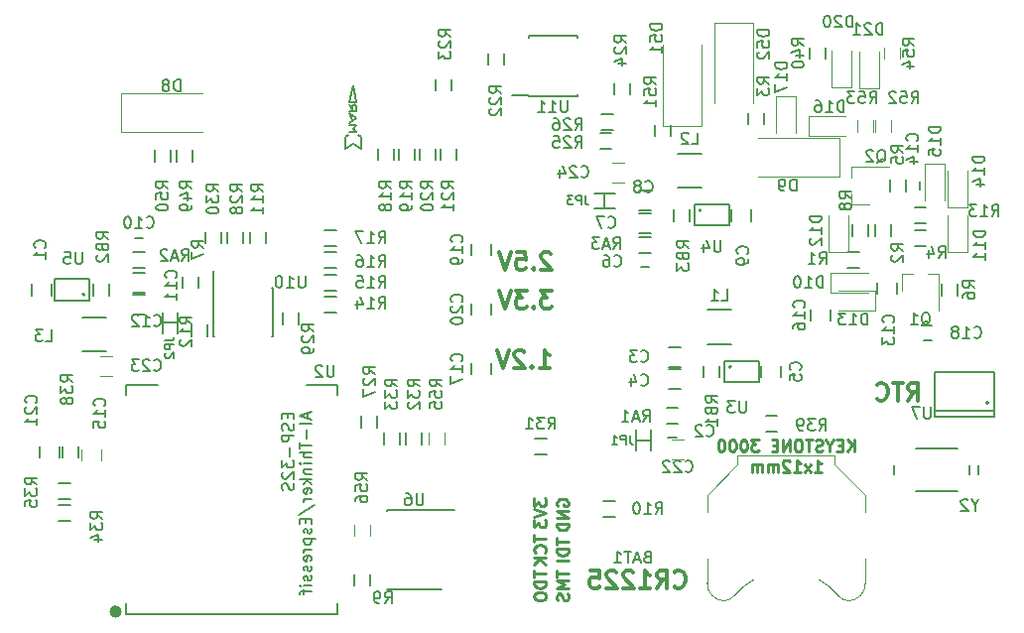
<source format=gbo>
G04 #@! TF.FileFunction,Legend,Bot*
%FSLAX46Y46*%
G04 Gerber Fmt 4.6, Leading zero omitted, Abs format (unit mm)*
G04 Created by KiCad (PCBNEW 4.0.7+dfsg1-1) date Wed Nov  8 14:16:07 2017*
%MOMM*%
%LPD*%
G01*
G04 APERTURE LIST*
%ADD10C,0.100000*%
%ADD11C,0.250000*%
%ADD12C,0.300000*%
%ADD13C,0.150000*%
%ADD14C,0.500000*%
%ADD15C,0.120000*%
%ADD16C,0.152400*%
%ADD17C,0.200000*%
G04 APERTURE END LIST*
D10*
D11*
X170370715Y-98716381D02*
X170370715Y-97716381D01*
X169799286Y-98716381D02*
X170227858Y-98144952D01*
X169799286Y-97716381D02*
X170370715Y-98287810D01*
X169370715Y-98192571D02*
X169037381Y-98192571D01*
X168894524Y-98716381D02*
X169370715Y-98716381D01*
X169370715Y-97716381D01*
X168894524Y-97716381D01*
X168275477Y-98240190D02*
X168275477Y-98716381D01*
X168608810Y-97716381D02*
X168275477Y-98240190D01*
X167942143Y-97716381D01*
X167656429Y-98668762D02*
X167513572Y-98716381D01*
X167275476Y-98716381D01*
X167180238Y-98668762D01*
X167132619Y-98621143D01*
X167085000Y-98525905D01*
X167085000Y-98430667D01*
X167132619Y-98335429D01*
X167180238Y-98287810D01*
X167275476Y-98240190D01*
X167465953Y-98192571D01*
X167561191Y-98144952D01*
X167608810Y-98097333D01*
X167656429Y-98002095D01*
X167656429Y-97906857D01*
X167608810Y-97811619D01*
X167561191Y-97764000D01*
X167465953Y-97716381D01*
X167227857Y-97716381D01*
X167085000Y-97764000D01*
X166799286Y-97716381D02*
X166227857Y-97716381D01*
X166513572Y-98716381D02*
X166513572Y-97716381D01*
X165704048Y-97716381D02*
X165513571Y-97716381D01*
X165418333Y-97764000D01*
X165323095Y-97859238D01*
X165275476Y-98049714D01*
X165275476Y-98383048D01*
X165323095Y-98573524D01*
X165418333Y-98668762D01*
X165513571Y-98716381D01*
X165704048Y-98716381D01*
X165799286Y-98668762D01*
X165894524Y-98573524D01*
X165942143Y-98383048D01*
X165942143Y-98049714D01*
X165894524Y-97859238D01*
X165799286Y-97764000D01*
X165704048Y-97716381D01*
X164846905Y-98716381D02*
X164846905Y-97716381D01*
X164275476Y-98716381D01*
X164275476Y-97716381D01*
X163799286Y-98192571D02*
X163465952Y-98192571D01*
X163323095Y-98716381D02*
X163799286Y-98716381D01*
X163799286Y-97716381D01*
X163323095Y-97716381D01*
X162227857Y-97716381D02*
X161608809Y-97716381D01*
X161942143Y-98097333D01*
X161799285Y-98097333D01*
X161704047Y-98144952D01*
X161656428Y-98192571D01*
X161608809Y-98287810D01*
X161608809Y-98525905D01*
X161656428Y-98621143D01*
X161704047Y-98668762D01*
X161799285Y-98716381D01*
X162085000Y-98716381D01*
X162180238Y-98668762D01*
X162227857Y-98621143D01*
X160989762Y-97716381D02*
X160894523Y-97716381D01*
X160799285Y-97764000D01*
X160751666Y-97811619D01*
X160704047Y-97906857D01*
X160656428Y-98097333D01*
X160656428Y-98335429D01*
X160704047Y-98525905D01*
X160751666Y-98621143D01*
X160799285Y-98668762D01*
X160894523Y-98716381D01*
X160989762Y-98716381D01*
X161085000Y-98668762D01*
X161132619Y-98621143D01*
X161180238Y-98525905D01*
X161227857Y-98335429D01*
X161227857Y-98097333D01*
X161180238Y-97906857D01*
X161132619Y-97811619D01*
X161085000Y-97764000D01*
X160989762Y-97716381D01*
X160037381Y-97716381D02*
X159942142Y-97716381D01*
X159846904Y-97764000D01*
X159799285Y-97811619D01*
X159751666Y-97906857D01*
X159704047Y-98097333D01*
X159704047Y-98335429D01*
X159751666Y-98525905D01*
X159799285Y-98621143D01*
X159846904Y-98668762D01*
X159942142Y-98716381D01*
X160037381Y-98716381D01*
X160132619Y-98668762D01*
X160180238Y-98621143D01*
X160227857Y-98525905D01*
X160275476Y-98335429D01*
X160275476Y-98097333D01*
X160227857Y-97906857D01*
X160180238Y-97811619D01*
X160132619Y-97764000D01*
X160037381Y-97716381D01*
X159085000Y-97716381D02*
X158989761Y-97716381D01*
X158894523Y-97764000D01*
X158846904Y-97811619D01*
X158799285Y-97906857D01*
X158751666Y-98097333D01*
X158751666Y-98335429D01*
X158799285Y-98525905D01*
X158846904Y-98621143D01*
X158894523Y-98668762D01*
X158989761Y-98716381D01*
X159085000Y-98716381D01*
X159180238Y-98668762D01*
X159227857Y-98621143D01*
X159275476Y-98525905D01*
X159323095Y-98335429D01*
X159323095Y-98097333D01*
X159275476Y-97906857D01*
X159227857Y-97811619D01*
X159180238Y-97764000D01*
X159085000Y-97716381D01*
X166989761Y-100466381D02*
X167561190Y-100466381D01*
X167275476Y-100466381D02*
X167275476Y-99466381D01*
X167370714Y-99609238D01*
X167465952Y-99704476D01*
X167561190Y-99752095D01*
X166656428Y-100466381D02*
X166132618Y-99799714D01*
X166656428Y-99799714D02*
X166132618Y-100466381D01*
X165227856Y-100466381D02*
X165799285Y-100466381D01*
X165513571Y-100466381D02*
X165513571Y-99466381D01*
X165608809Y-99609238D01*
X165704047Y-99704476D01*
X165799285Y-99752095D01*
X164846904Y-99561619D02*
X164799285Y-99514000D01*
X164704047Y-99466381D01*
X164465951Y-99466381D01*
X164370713Y-99514000D01*
X164323094Y-99561619D01*
X164275475Y-99656857D01*
X164275475Y-99752095D01*
X164323094Y-99894952D01*
X164894523Y-100466381D01*
X164275475Y-100466381D01*
X163846904Y-100466381D02*
X163846904Y-99799714D01*
X163846904Y-99894952D02*
X163799285Y-99847333D01*
X163704047Y-99799714D01*
X163561189Y-99799714D01*
X163465951Y-99847333D01*
X163418332Y-99942571D01*
X163418332Y-100466381D01*
X163418332Y-99942571D02*
X163370713Y-99847333D01*
X163275475Y-99799714D01*
X163132618Y-99799714D01*
X163037380Y-99847333D01*
X162989761Y-99942571D01*
X162989761Y-100466381D01*
X162513571Y-100466381D02*
X162513571Y-99799714D01*
X162513571Y-99894952D02*
X162465952Y-99847333D01*
X162370714Y-99799714D01*
X162227856Y-99799714D01*
X162132618Y-99847333D01*
X162084999Y-99942571D01*
X162084999Y-100466381D01*
X162084999Y-99942571D02*
X162037380Y-99847333D01*
X161942142Y-99799714D01*
X161799285Y-99799714D01*
X161704047Y-99847333D01*
X161656428Y-99942571D01*
X161656428Y-100466381D01*
D12*
X155027856Y-110215714D02*
X155099285Y-110287143D01*
X155313571Y-110358571D01*
X155456428Y-110358571D01*
X155670713Y-110287143D01*
X155813571Y-110144286D01*
X155884999Y-110001429D01*
X155956428Y-109715714D01*
X155956428Y-109501429D01*
X155884999Y-109215714D01*
X155813571Y-109072857D01*
X155670713Y-108930000D01*
X155456428Y-108858571D01*
X155313571Y-108858571D01*
X155099285Y-108930000D01*
X155027856Y-109001429D01*
X153527856Y-110358571D02*
X154027856Y-109644286D01*
X154384999Y-110358571D02*
X154384999Y-108858571D01*
X153813571Y-108858571D01*
X153670713Y-108930000D01*
X153599285Y-109001429D01*
X153527856Y-109144286D01*
X153527856Y-109358571D01*
X153599285Y-109501429D01*
X153670713Y-109572857D01*
X153813571Y-109644286D01*
X154384999Y-109644286D01*
X152099285Y-110358571D02*
X152956428Y-110358571D01*
X152527856Y-110358571D02*
X152527856Y-108858571D01*
X152670713Y-109072857D01*
X152813571Y-109215714D01*
X152956428Y-109287143D01*
X151527857Y-109001429D02*
X151456428Y-108930000D01*
X151313571Y-108858571D01*
X150956428Y-108858571D01*
X150813571Y-108930000D01*
X150742142Y-109001429D01*
X150670714Y-109144286D01*
X150670714Y-109287143D01*
X150742142Y-109501429D01*
X151599285Y-110358571D01*
X150670714Y-110358571D01*
X150099286Y-109001429D02*
X150027857Y-108930000D01*
X149885000Y-108858571D01*
X149527857Y-108858571D01*
X149385000Y-108930000D01*
X149313571Y-109001429D01*
X149242143Y-109144286D01*
X149242143Y-109287143D01*
X149313571Y-109501429D01*
X150170714Y-110358571D01*
X149242143Y-110358571D01*
X147885000Y-108858571D02*
X148599286Y-108858571D01*
X148670715Y-109572857D01*
X148599286Y-109501429D01*
X148456429Y-109430000D01*
X148099286Y-109430000D01*
X147956429Y-109501429D01*
X147885000Y-109572857D01*
X147813572Y-109715714D01*
X147813572Y-110072857D01*
X147885000Y-110215714D01*
X147956429Y-110287143D01*
X148099286Y-110358571D01*
X148456429Y-110358571D01*
X148599286Y-110287143D01*
X148670715Y-110215714D01*
X144502857Y-81823429D02*
X144431428Y-81752000D01*
X144288571Y-81680571D01*
X143931428Y-81680571D01*
X143788571Y-81752000D01*
X143717142Y-81823429D01*
X143645714Y-81966286D01*
X143645714Y-82109143D01*
X143717142Y-82323429D01*
X144574285Y-83180571D01*
X143645714Y-83180571D01*
X143002857Y-83037714D02*
X142931429Y-83109143D01*
X143002857Y-83180571D01*
X143074286Y-83109143D01*
X143002857Y-83037714D01*
X143002857Y-83180571D01*
X141574285Y-81680571D02*
X142288571Y-81680571D01*
X142360000Y-82394857D01*
X142288571Y-82323429D01*
X142145714Y-82252000D01*
X141788571Y-82252000D01*
X141645714Y-82323429D01*
X141574285Y-82394857D01*
X141502857Y-82537714D01*
X141502857Y-82894857D01*
X141574285Y-83037714D01*
X141645714Y-83109143D01*
X141788571Y-83180571D01*
X142145714Y-83180571D01*
X142288571Y-83109143D01*
X142360000Y-83037714D01*
X141074286Y-81680571D02*
X140574286Y-83180571D01*
X140074286Y-81680571D01*
X144574285Y-84982571D02*
X143645714Y-84982571D01*
X144145714Y-85554000D01*
X143931428Y-85554000D01*
X143788571Y-85625429D01*
X143717142Y-85696857D01*
X143645714Y-85839714D01*
X143645714Y-86196857D01*
X143717142Y-86339714D01*
X143788571Y-86411143D01*
X143931428Y-86482571D01*
X144360000Y-86482571D01*
X144502857Y-86411143D01*
X144574285Y-86339714D01*
X143002857Y-86339714D02*
X142931429Y-86411143D01*
X143002857Y-86482571D01*
X143074286Y-86411143D01*
X143002857Y-86339714D01*
X143002857Y-86482571D01*
X142431428Y-84982571D02*
X141502857Y-84982571D01*
X142002857Y-85554000D01*
X141788571Y-85554000D01*
X141645714Y-85625429D01*
X141574285Y-85696857D01*
X141502857Y-85839714D01*
X141502857Y-86196857D01*
X141574285Y-86339714D01*
X141645714Y-86411143D01*
X141788571Y-86482571D01*
X142217143Y-86482571D01*
X142360000Y-86411143D01*
X142431428Y-86339714D01*
X141074286Y-84982571D02*
X140574286Y-86482571D01*
X140074286Y-84982571D01*
X143518714Y-91562571D02*
X144375857Y-91562571D01*
X143947285Y-91562571D02*
X143947285Y-90062571D01*
X144090142Y-90276857D01*
X144233000Y-90419714D01*
X144375857Y-90491143D01*
X142875857Y-91419714D02*
X142804429Y-91491143D01*
X142875857Y-91562571D01*
X142947286Y-91491143D01*
X142875857Y-91419714D01*
X142875857Y-91562571D01*
X142233000Y-90205429D02*
X142161571Y-90134000D01*
X142018714Y-90062571D01*
X141661571Y-90062571D01*
X141518714Y-90134000D01*
X141447285Y-90205429D01*
X141375857Y-90348286D01*
X141375857Y-90491143D01*
X141447285Y-90705429D01*
X142304428Y-91562571D01*
X141375857Y-91562571D01*
X140947286Y-90062571D02*
X140447286Y-91562571D01*
X139947286Y-90062571D01*
D11*
X143082381Y-105854286D02*
X143082381Y-106425715D01*
X144082381Y-106140000D02*
X143082381Y-106140000D01*
X143987143Y-107330477D02*
X144034762Y-107282858D01*
X144082381Y-107140001D01*
X144082381Y-107044763D01*
X144034762Y-106901905D01*
X143939524Y-106806667D01*
X143844286Y-106759048D01*
X143653810Y-106711429D01*
X143510952Y-106711429D01*
X143320476Y-106759048D01*
X143225238Y-106806667D01*
X143130000Y-106901905D01*
X143082381Y-107044763D01*
X143082381Y-107140001D01*
X143130000Y-107282858D01*
X143177619Y-107330477D01*
X144082381Y-107759048D02*
X143082381Y-107759048D01*
X144082381Y-108330477D02*
X143510952Y-107901905D01*
X143082381Y-108330477D02*
X143653810Y-107759048D01*
X143082381Y-102726905D02*
X143082381Y-103345953D01*
X143463333Y-103012619D01*
X143463333Y-103155477D01*
X143510952Y-103250715D01*
X143558571Y-103298334D01*
X143653810Y-103345953D01*
X143891905Y-103345953D01*
X143987143Y-103298334D01*
X144034762Y-103250715D01*
X144082381Y-103155477D01*
X144082381Y-102869762D01*
X144034762Y-102774524D01*
X143987143Y-102726905D01*
X143082381Y-103631667D02*
X144082381Y-103965000D01*
X143082381Y-104298334D01*
X143082381Y-104536429D02*
X143082381Y-105155477D01*
X143463333Y-104822143D01*
X143463333Y-104965001D01*
X143510952Y-105060239D01*
X143558571Y-105107858D01*
X143653810Y-105155477D01*
X143891905Y-105155477D01*
X143987143Y-105107858D01*
X144034762Y-105060239D01*
X144082381Y-104965001D01*
X144082381Y-104679286D01*
X144034762Y-104584048D01*
X143987143Y-104536429D01*
X143082381Y-108878476D02*
X143082381Y-109449905D01*
X144082381Y-109164190D02*
X143082381Y-109164190D01*
X144082381Y-109783238D02*
X143082381Y-109783238D01*
X143082381Y-110021333D01*
X143130000Y-110164191D01*
X143225238Y-110259429D01*
X143320476Y-110307048D01*
X143510952Y-110354667D01*
X143653810Y-110354667D01*
X143844286Y-110307048D01*
X143939524Y-110259429D01*
X144034762Y-110164191D01*
X144082381Y-110021333D01*
X144082381Y-109783238D01*
X143082381Y-110973714D02*
X143082381Y-111164191D01*
X143130000Y-111259429D01*
X143225238Y-111354667D01*
X143415714Y-111402286D01*
X143749048Y-111402286D01*
X143939524Y-111354667D01*
X144034762Y-111259429D01*
X144082381Y-111164191D01*
X144082381Y-110973714D01*
X144034762Y-110878476D01*
X143939524Y-110783238D01*
X143749048Y-110735619D01*
X143415714Y-110735619D01*
X143225238Y-110783238D01*
X143130000Y-110878476D01*
X143082381Y-110973714D01*
X145035000Y-103330096D02*
X144987381Y-103234858D01*
X144987381Y-103092001D01*
X145035000Y-102949143D01*
X145130238Y-102853905D01*
X145225476Y-102806286D01*
X145415952Y-102758667D01*
X145558810Y-102758667D01*
X145749286Y-102806286D01*
X145844524Y-102853905D01*
X145939762Y-102949143D01*
X145987381Y-103092001D01*
X145987381Y-103187239D01*
X145939762Y-103330096D01*
X145892143Y-103377715D01*
X145558810Y-103377715D01*
X145558810Y-103187239D01*
X145987381Y-103806286D02*
X144987381Y-103806286D01*
X145987381Y-104377715D01*
X144987381Y-104377715D01*
X145987381Y-104853905D02*
X144987381Y-104853905D01*
X144987381Y-105092000D01*
X145035000Y-105234858D01*
X145130238Y-105330096D01*
X145225476Y-105377715D01*
X145415952Y-105425334D01*
X145558810Y-105425334D01*
X145749286Y-105377715D01*
X145844524Y-105330096D01*
X145939762Y-105234858D01*
X145987381Y-105092000D01*
X145987381Y-104853905D01*
X144987381Y-106116191D02*
X144987381Y-106687620D01*
X145987381Y-106401905D02*
X144987381Y-106401905D01*
X145987381Y-107020953D02*
X144987381Y-107020953D01*
X144987381Y-107259048D01*
X145035000Y-107401906D01*
X145130238Y-107497144D01*
X145225476Y-107544763D01*
X145415952Y-107592382D01*
X145558810Y-107592382D01*
X145749286Y-107544763D01*
X145844524Y-107497144D01*
X145939762Y-107401906D01*
X145987381Y-107259048D01*
X145987381Y-107020953D01*
X145987381Y-108020953D02*
X144987381Y-108020953D01*
X144987381Y-108854667D02*
X144987381Y-109426096D01*
X145987381Y-109140381D02*
X144987381Y-109140381D01*
X145987381Y-109759429D02*
X144987381Y-109759429D01*
X145701667Y-110092763D01*
X144987381Y-110426096D01*
X145987381Y-110426096D01*
X145939762Y-110854667D02*
X145987381Y-110997524D01*
X145987381Y-111235620D01*
X145939762Y-111330858D01*
X145892143Y-111378477D01*
X145796905Y-111426096D01*
X145701667Y-111426096D01*
X145606429Y-111378477D01*
X145558810Y-111330858D01*
X145511190Y-111235620D01*
X145463571Y-111045143D01*
X145415952Y-110949905D01*
X145368333Y-110902286D01*
X145273095Y-110854667D01*
X145177857Y-110854667D01*
X145082619Y-110902286D01*
X145035000Y-110949905D01*
X144987381Y-111045143D01*
X144987381Y-111283239D01*
X145035000Y-111426096D01*
D12*
X174967142Y-94356571D02*
X175467142Y-93642286D01*
X175824285Y-94356571D02*
X175824285Y-92856571D01*
X175252857Y-92856571D01*
X175109999Y-92928000D01*
X175038571Y-92999429D01*
X174967142Y-93142286D01*
X174967142Y-93356571D01*
X175038571Y-93499429D01*
X175109999Y-93570857D01*
X175252857Y-93642286D01*
X175824285Y-93642286D01*
X174538571Y-92856571D02*
X173681428Y-92856571D01*
X174109999Y-94356571D02*
X174109999Y-92856571D01*
X172324285Y-94213714D02*
X172395714Y-94285143D01*
X172610000Y-94356571D01*
X172752857Y-94356571D01*
X172967142Y-94285143D01*
X173110000Y-94142286D01*
X173181428Y-93999429D01*
X173252857Y-93713714D01*
X173252857Y-93499429D01*
X173181428Y-93213714D01*
X173110000Y-93070857D01*
X172967142Y-92928000D01*
X172752857Y-92856571D01*
X172610000Y-92856571D01*
X172395714Y-92928000D01*
X172324285Y-92999429D01*
D13*
X102823000Y-98258000D02*
X102823000Y-99258000D01*
X104173000Y-99258000D02*
X104173000Y-98258000D01*
X151758000Y-97742000D02*
X153028000Y-97742000D01*
X153028000Y-96853000D02*
X153028000Y-98631000D01*
X151758000Y-96853000D02*
X151758000Y-98631000D01*
X108232500Y-112562000D02*
X108232500Y-111673000D01*
X126266500Y-112562000D02*
X108232500Y-112562000D01*
X126266500Y-111673000D02*
X126266500Y-112562000D01*
X126266500Y-93004000D02*
X126266500Y-93893000D01*
X123663000Y-93004000D02*
X126266500Y-93004000D01*
X108232500Y-93004000D02*
X110963000Y-93004000D01*
X108232500Y-93893000D02*
X108232500Y-93004000D01*
D14*
X107638415Y-112384338D02*
G75*
G03X107638415Y-112384338I-283981J0D01*
G01*
D15*
X157345000Y-70900000D02*
X154045000Y-70900000D01*
X154045000Y-70900000D02*
X154045000Y-64000000D01*
X157345000Y-70900000D02*
X157345000Y-64000000D01*
D13*
X153369000Y-70826000D02*
X153369000Y-71826000D01*
X154719000Y-71826000D02*
X154719000Y-70826000D01*
X157870000Y-89565000D02*
X159870000Y-89565000D01*
X159870000Y-86615000D02*
X157870000Y-86615000D01*
X159886803Y-91500000D02*
G75*
G03X159886803Y-91500000I-111803J0D01*
G01*
X159275000Y-92800000D02*
X162275000Y-92800000D01*
X162275000Y-92800000D02*
X162275000Y-91000000D01*
X162275000Y-91000000D02*
X159275000Y-91000000D01*
X159275000Y-91000000D02*
X159275000Y-92800000D01*
X155330000Y-76230000D02*
X157330000Y-76230000D01*
X157330000Y-73280000D02*
X155330000Y-73280000D01*
X157346803Y-78135000D02*
G75*
G03X157346803Y-78135000I-111803J0D01*
G01*
X156735000Y-79435000D02*
X159735000Y-79435000D01*
X159735000Y-79435000D02*
X159735000Y-77635000D01*
X159735000Y-77635000D02*
X156735000Y-77635000D01*
X156735000Y-77635000D02*
X156735000Y-79435000D01*
X106530000Y-87250000D02*
X104530000Y-87250000D01*
X104530000Y-90200000D02*
X106530000Y-90200000D01*
X104736803Y-85315000D02*
G75*
G03X104736803Y-85315000I-111803J0D01*
G01*
X105125000Y-84015000D02*
X102125000Y-84015000D01*
X102125000Y-84015000D02*
X102125000Y-85815000D01*
X102125000Y-85815000D02*
X105125000Y-85815000D01*
X105125000Y-85815000D02*
X105125000Y-84015000D01*
X100235000Y-85415000D02*
X100235000Y-84415000D01*
X101935000Y-84415000D02*
X101935000Y-85415000D01*
X155560000Y-91480000D02*
X154560000Y-91480000D01*
X154560000Y-89780000D02*
X155560000Y-89780000D01*
X155560000Y-93385000D02*
X154560000Y-93385000D01*
X154560000Y-91685000D02*
X155560000Y-91685000D01*
X164165000Y-91400000D02*
X164165000Y-92400000D01*
X162465000Y-92400000D02*
X162465000Y-91400000D01*
X153020000Y-80050000D02*
X152020000Y-80050000D01*
X152020000Y-78350000D02*
X153020000Y-78350000D01*
X153020000Y-78145000D02*
X152020000Y-78145000D01*
X152020000Y-76445000D02*
X153020000Y-76445000D01*
X161625000Y-78065000D02*
X161625000Y-79065000D01*
X159925000Y-79065000D02*
X159925000Y-78065000D01*
X108840000Y-83430000D02*
X109840000Y-83430000D01*
X109840000Y-85130000D02*
X108840000Y-85130000D01*
X108840000Y-85335000D02*
X109840000Y-85335000D01*
X109840000Y-87035000D02*
X108840000Y-87035000D01*
X181857000Y-94567000D02*
G75*
G03X181857000Y-94567000I-127000J0D01*
G01*
X182365000Y-95202000D02*
X177285000Y-95202000D01*
X182365000Y-91900000D02*
X177285000Y-91900000D01*
X182365000Y-95710000D02*
X177285000Y-95710000D01*
X182365000Y-95710000D02*
X182365000Y-91900000D01*
X177285000Y-95710000D02*
X177285000Y-91900000D01*
X174071000Y-84288000D02*
X174071000Y-85288000D01*
X172371000Y-85288000D02*
X172371000Y-84288000D01*
D15*
X174435000Y-83520000D02*
X175365000Y-83520000D01*
X177595000Y-83520000D02*
X176665000Y-83520000D01*
X177595000Y-83520000D02*
X177595000Y-86680000D01*
X174435000Y-83520000D02*
X174435000Y-84980000D01*
X170175000Y-77605000D02*
X170175000Y-76675000D01*
X170175000Y-74445000D02*
X170175000Y-75375000D01*
X170175000Y-74445000D02*
X173335000Y-74445000D01*
X170175000Y-77605000D02*
X171635000Y-77605000D01*
D13*
X154510000Y-97510000D02*
X155210000Y-97510000D01*
X155210000Y-96310000D02*
X154510000Y-96310000D01*
X152170000Y-82975000D02*
X152870000Y-82975000D01*
X152870000Y-81775000D02*
X152170000Y-81775000D01*
X109690000Y-80505000D02*
X108990000Y-80505000D01*
X108990000Y-81705000D02*
X109690000Y-81705000D01*
X174780000Y-75675000D02*
X174780000Y-76375000D01*
X175980000Y-76375000D02*
X175980000Y-75675000D01*
X170800000Y-81700000D02*
X169800000Y-81700000D01*
X169800000Y-83050000D02*
X170800000Y-83050000D01*
X172165000Y-79335000D02*
X172165000Y-80335000D01*
X173515000Y-80335000D02*
X173515000Y-79335000D01*
X175515000Y-81145000D02*
X176515000Y-81145000D01*
X176515000Y-79795000D02*
X175515000Y-79795000D01*
X174785000Y-76525000D02*
X174785000Y-75525000D01*
X173435000Y-75525000D02*
X173435000Y-76525000D01*
X179230000Y-85415000D02*
X179230000Y-84415000D01*
X177880000Y-84415000D02*
X177880000Y-85415000D01*
X114460000Y-84780000D02*
X114460000Y-83780000D01*
X113110000Y-83780000D02*
X113110000Y-84780000D01*
X170260000Y-79335000D02*
X170260000Y-80335000D01*
X171610000Y-80335000D02*
X171610000Y-79335000D01*
X129065000Y-110180000D02*
X129065000Y-109180000D01*
X127715000Y-109180000D02*
X127715000Y-110180000D01*
X148972000Y-104259000D02*
X149972000Y-104259000D01*
X149972000Y-102909000D02*
X148972000Y-102909000D01*
X175515000Y-79240000D02*
X176515000Y-79240000D01*
X176515000Y-77890000D02*
X175515000Y-77890000D01*
X155360000Y-94965000D02*
X154360000Y-94965000D01*
X154360000Y-96315000D02*
X155360000Y-96315000D01*
X108840000Y-83050000D02*
X109840000Y-83050000D01*
X109840000Y-81700000D02*
X108840000Y-81700000D01*
X153020000Y-80430000D02*
X152020000Y-80430000D01*
X152020000Y-81780000D02*
X153020000Y-81780000D01*
X158910000Y-92400000D02*
X158910000Y-91400000D01*
X157560000Y-91400000D02*
X157560000Y-92400000D01*
X105490000Y-84415000D02*
X105490000Y-85415000D01*
X106840000Y-85415000D02*
X106840000Y-84415000D01*
X156370000Y-79065000D02*
X156370000Y-78065000D01*
X155020000Y-78065000D02*
X155020000Y-79065000D01*
X125182000Y-86860000D02*
X126182000Y-86860000D01*
X126182000Y-85510000D02*
X125182000Y-85510000D01*
X125182000Y-84954000D02*
X126182000Y-84954000D01*
X126182000Y-83604000D02*
X125182000Y-83604000D01*
X125182000Y-83050000D02*
X126182000Y-83050000D01*
X126182000Y-81700000D02*
X125182000Y-81700000D01*
X125182000Y-81145000D02*
X126182000Y-81145000D01*
X126182000Y-79795000D02*
X125182000Y-79795000D01*
X129747000Y-72858000D02*
X129747000Y-73858000D01*
X131097000Y-73858000D02*
X131097000Y-72858000D01*
X131525000Y-72858000D02*
X131525000Y-73858000D01*
X132875000Y-73858000D02*
X132875000Y-72858000D01*
X133303000Y-72858000D02*
X133303000Y-73858000D01*
X134653000Y-73858000D02*
X134653000Y-72858000D01*
X135081000Y-72858000D02*
X135081000Y-73858000D01*
X136431000Y-73858000D02*
X136431000Y-72858000D01*
X115655000Y-84745000D02*
X115705000Y-84745000D01*
X115655000Y-88895000D02*
X115800000Y-88895000D01*
X120805000Y-88895000D02*
X120660000Y-88895000D01*
X120805000Y-84745000D02*
X120660000Y-84745000D01*
X115655000Y-84745000D02*
X115655000Y-88895000D01*
X120805000Y-84745000D02*
X120805000Y-88895000D01*
X115705000Y-84745000D02*
X115705000Y-83345000D01*
X176300000Y-89198000D02*
X177000000Y-89198000D01*
X177000000Y-87998000D02*
X176300000Y-87998000D01*
X142605000Y-68375000D02*
X142605000Y-68325000D01*
X146755000Y-68375000D02*
X146755000Y-68230000D01*
X146755000Y-63225000D02*
X146755000Y-63370000D01*
X142605000Y-63225000D02*
X142605000Y-63370000D01*
X142605000Y-68375000D02*
X146755000Y-68375000D01*
X142605000Y-63225000D02*
X146755000Y-63225000D01*
X142605000Y-68325000D02*
X141205000Y-68325000D01*
X161370000Y-69810000D02*
X161370000Y-70810000D01*
X162720000Y-70810000D02*
X162720000Y-69810000D01*
X139145000Y-64730000D02*
X139145000Y-65730000D01*
X140495000Y-65730000D02*
X140495000Y-64730000D01*
X134700000Y-66932000D02*
X134700000Y-67932000D01*
X136050000Y-67932000D02*
X136050000Y-66932000D01*
X149940000Y-67270000D02*
X149940000Y-68270000D01*
X151290000Y-68270000D02*
X151290000Y-67270000D01*
X148675000Y-72890000D02*
X149675000Y-72890000D01*
X149675000Y-71540000D02*
X148675000Y-71540000D01*
X148780000Y-71275000D02*
X149780000Y-71275000D01*
X149780000Y-69925000D02*
X148780000Y-69925000D01*
X130510000Y-103690000D02*
X130510000Y-103790000D01*
X130510000Y-110515000D02*
X130510000Y-110490000D01*
X135160000Y-110515000D02*
X135160000Y-110490000D01*
X136235000Y-103690000D02*
X130510000Y-103690000D01*
X135160000Y-110515000D02*
X130510000Y-110515000D01*
X120175000Y-80970000D02*
X120175000Y-79970000D01*
X118825000Y-79970000D02*
X118825000Y-80970000D01*
X113805000Y-87900000D02*
X113805000Y-88900000D01*
X115155000Y-88900000D02*
X115155000Y-87900000D01*
X128350000Y-95675000D02*
X128350000Y-96675000D01*
X129700000Y-96675000D02*
X129700000Y-95675000D01*
X118270000Y-80970000D02*
X118270000Y-79970000D01*
X116920000Y-79970000D02*
X116920000Y-80970000D01*
X122955000Y-87900000D02*
X122955000Y-86900000D01*
X121605000Y-86900000D02*
X121605000Y-87900000D01*
X116365000Y-80970000D02*
X116365000Y-79970000D01*
X115015000Y-79970000D02*
X115015000Y-80970000D01*
X143130000Y-98925000D02*
X144130000Y-98925000D01*
X144130000Y-97575000D02*
X143130000Y-97575000D01*
X132160000Y-97115000D02*
X132160000Y-98115000D01*
X133510000Y-98115000D02*
X133510000Y-97115000D01*
X130255000Y-97115000D02*
X130255000Y-98115000D01*
X131605000Y-98115000D02*
X131605000Y-97115000D01*
X103490000Y-103290000D02*
X102490000Y-103290000D01*
X102490000Y-104640000D02*
X103490000Y-104640000D01*
X102490000Y-102735000D02*
X103490000Y-102735000D01*
X103490000Y-101385000D02*
X102490000Y-101385000D01*
X168356000Y-86574000D02*
X168356000Y-87574000D01*
X166656000Y-87574000D02*
X166656000Y-86574000D01*
X162815000Y-97020000D02*
X163815000Y-97020000D01*
X163815000Y-95670000D02*
X162815000Y-95670000D01*
X166577000Y-64222000D02*
X166577000Y-65222000D01*
X167927000Y-65222000D02*
X167927000Y-64222000D01*
X137700000Y-92146000D02*
X137700000Y-91146000D01*
X139400000Y-91146000D02*
X139400000Y-92146000D01*
X139400000Y-80986000D02*
X139400000Y-81986000D01*
X137700000Y-81986000D02*
X137700000Y-80986000D01*
X137700000Y-87066000D02*
X137700000Y-86066000D01*
X139400000Y-86066000D02*
X139400000Y-87066000D01*
X100870000Y-99258000D02*
X100870000Y-98258000D01*
X102570000Y-98258000D02*
X102570000Y-99258000D01*
X112602000Y-72985000D02*
X112602000Y-73985000D01*
X113952000Y-73985000D02*
X113952000Y-72985000D01*
X110697000Y-72985000D02*
X110697000Y-73985000D01*
X112047000Y-73985000D02*
X112047000Y-72985000D01*
D15*
X172160000Y-70445000D02*
X172160000Y-71445000D01*
X173520000Y-71445000D02*
X173520000Y-70445000D01*
X170636000Y-70445000D02*
X170636000Y-71445000D01*
X171996000Y-71445000D02*
X171996000Y-70445000D01*
D13*
X173812000Y-99882000D02*
X173812000Y-100682000D01*
X179212000Y-98482000D02*
X175612000Y-98482000D01*
X179212000Y-102082000D02*
X175612000Y-102082000D01*
X180212000Y-99882000D02*
X180212000Y-100682000D01*
X181012000Y-99882000D02*
X181012000Y-100682000D01*
D15*
X106126000Y-98512000D02*
X106126000Y-99512000D01*
X104426000Y-99512000D02*
X104426000Y-98512000D01*
X107861000Y-71452000D02*
X107861000Y-68152000D01*
X107861000Y-68152000D02*
X114761000Y-68152000D01*
X107861000Y-71452000D02*
X114761000Y-71452000D01*
X169112000Y-71962000D02*
X169112000Y-75262000D01*
X169112000Y-75262000D02*
X162212000Y-75262000D01*
X169112000Y-71962000D02*
X162212000Y-71962000D01*
X158490000Y-62100000D02*
X161790000Y-62100000D01*
X161790000Y-62100000D02*
X161790000Y-69000000D01*
X158490000Y-62100000D02*
X158490000Y-69000000D01*
X155814000Y-99354000D02*
X154814000Y-99354000D01*
X154814000Y-97654000D02*
X155814000Y-97654000D01*
X106046000Y-90542000D02*
X107046000Y-90542000D01*
X107046000Y-92242000D02*
X106046000Y-92242000D01*
X149734000Y-74032000D02*
X150734000Y-74032000D01*
X150734000Y-75732000D02*
X149734000Y-75732000D01*
X172922000Y-64222000D02*
X172922000Y-65222000D01*
X174282000Y-65222000D02*
X174282000Y-64222000D01*
X135420000Y-98115000D02*
X135420000Y-97115000D01*
X134060000Y-97115000D02*
X134060000Y-98115000D01*
D13*
X126928000Y-71869000D02*
X127228000Y-71669000D01*
X128328000Y-71869000D02*
X128028000Y-71669000D01*
X126928000Y-72869000D02*
X126928000Y-71869000D01*
X127628000Y-72469000D02*
X126928000Y-72869000D01*
X128328000Y-72869000D02*
X127628000Y-72469000D01*
X128328000Y-71869000D02*
X128328000Y-72869000D01*
X127628000Y-67469000D02*
X127328000Y-68869000D01*
X127928000Y-68869000D02*
X127628000Y-67469000D01*
X127328000Y-68869000D02*
X127928000Y-68869000D01*
X127328000Y-69069000D02*
X127528000Y-69569000D01*
X127528000Y-69269000D02*
X127528000Y-69669000D01*
X127728000Y-69069000D02*
X127528000Y-69269000D01*
X127928000Y-69269000D02*
X127728000Y-69069000D01*
X127928000Y-69669000D02*
X127928000Y-69269000D01*
X127328000Y-69669000D02*
X127928000Y-69669000D01*
X127328000Y-69869000D02*
X127528000Y-70469000D01*
X127928000Y-70269000D02*
X127328000Y-69869000D01*
X127328000Y-70669000D02*
X127928000Y-70269000D01*
X127928000Y-70869000D02*
X127328000Y-70869000D01*
X127628000Y-71169000D02*
X127928000Y-70869000D01*
X127928000Y-71469000D02*
X127628000Y-71169000D01*
X127328000Y-71469000D02*
X127928000Y-71469000D01*
D15*
X160091264Y-111074552D02*
G75*
G02X161785000Y-109670000I4493736J-3695448D01*
G01*
X167317553Y-109624793D02*
G75*
G02X169085000Y-111070000I-2732553J-5145207D01*
G01*
X159170385Y-111454160D02*
G75*
G03X160085000Y-111070000I124615J984160D01*
G01*
X169999615Y-111454160D02*
G75*
G02X169085000Y-111070000I-124615J984160D01*
G01*
X157835000Y-109920000D02*
G75*
G03X159285000Y-111470000I1500000J-50000D01*
G01*
X171335000Y-109920000D02*
G75*
G02X169885000Y-111470000I-1500000J-50000D01*
G01*
X157835000Y-107870000D02*
X157835000Y-109970000D01*
X171335000Y-107870000D02*
X171335000Y-109970000D01*
X171335000Y-103870000D02*
X171335000Y-102420000D01*
X171335000Y-102420000D02*
X168735000Y-99820000D01*
X168735000Y-99820000D02*
X168735000Y-99020000D01*
X168735000Y-99020000D02*
X160435000Y-99020000D01*
X160435000Y-99020000D02*
X160435000Y-99820000D01*
X160435000Y-99820000D02*
X157835000Y-102420000D01*
X157835000Y-102420000D02*
X157835000Y-103870000D01*
X170134000Y-67638000D02*
X168434000Y-67638000D01*
X168434000Y-67638000D02*
X168434000Y-64488000D01*
X170134000Y-67638000D02*
X170134000Y-64488000D01*
X172547000Y-67731000D02*
X170847000Y-67731000D01*
X170847000Y-67731000D02*
X170847000Y-64581000D01*
X172547000Y-67731000D02*
X172547000Y-64581000D01*
X168400000Y-85130000D02*
X168400000Y-83430000D01*
X168400000Y-83430000D02*
X171550000Y-83430000D01*
X168400000Y-85130000D02*
X171550000Y-85130000D01*
X180040000Y-81735000D02*
X178340000Y-81735000D01*
X178340000Y-81735000D02*
X178340000Y-78585000D01*
X180040000Y-81735000D02*
X180040000Y-78585000D01*
X169880000Y-81735000D02*
X168180000Y-81735000D01*
X168180000Y-81735000D02*
X168180000Y-78585000D01*
X169880000Y-81735000D02*
X169880000Y-78585000D01*
X172200000Y-84954000D02*
X172200000Y-86654000D01*
X172200000Y-86654000D02*
X169050000Y-86654000D01*
X172200000Y-84954000D02*
X169050000Y-84954000D01*
X180040000Y-77925000D02*
X178340000Y-77925000D01*
X178340000Y-77925000D02*
X178340000Y-74775000D01*
X180040000Y-77925000D02*
X180040000Y-74775000D01*
X176435000Y-74125000D02*
X178135000Y-74125000D01*
X178135000Y-74125000D02*
X178135000Y-77275000D01*
X176435000Y-74125000D02*
X176435000Y-77275000D01*
X166495000Y-71795000D02*
X166495000Y-70095000D01*
X166495000Y-70095000D02*
X169645000Y-70095000D01*
X166495000Y-71795000D02*
X169645000Y-71795000D01*
X163735000Y-68410000D02*
X165435000Y-68410000D01*
X165435000Y-68410000D02*
X165435000Y-71560000D01*
X163735000Y-68410000D02*
X163735000Y-71560000D01*
D13*
X111372000Y-87709000D02*
X112642000Y-87709000D01*
X112642000Y-86820000D02*
X112642000Y-88598000D01*
X111372000Y-86820000D02*
X111372000Y-88598000D01*
X149091000Y-76660000D02*
X149091000Y-77930000D01*
X149980000Y-77930000D02*
X148202000Y-77930000D01*
X149980000Y-76660000D02*
X148202000Y-76660000D01*
D15*
X127710000Y-104946000D02*
X127710000Y-105946000D01*
X129070000Y-105946000D02*
X129070000Y-104946000D01*
D13*
X103696381Y-92781143D02*
X103220190Y-92447809D01*
X103696381Y-92209714D02*
X102696381Y-92209714D01*
X102696381Y-92590667D01*
X102744000Y-92685905D01*
X102791619Y-92733524D01*
X102886857Y-92781143D01*
X103029714Y-92781143D01*
X103124952Y-92733524D01*
X103172571Y-92685905D01*
X103220190Y-92590667D01*
X103220190Y-92209714D01*
X102696381Y-93114476D02*
X102696381Y-93733524D01*
X103077333Y-93400190D01*
X103077333Y-93543048D01*
X103124952Y-93638286D01*
X103172571Y-93685905D01*
X103267810Y-93733524D01*
X103505905Y-93733524D01*
X103601143Y-93685905D01*
X103648762Y-93638286D01*
X103696381Y-93543048D01*
X103696381Y-93257333D01*
X103648762Y-93162095D01*
X103601143Y-93114476D01*
X103124952Y-94304952D02*
X103077333Y-94209714D01*
X103029714Y-94162095D01*
X102934476Y-94114476D01*
X102886857Y-94114476D01*
X102791619Y-94162095D01*
X102744000Y-94209714D01*
X102696381Y-94304952D01*
X102696381Y-94495429D01*
X102744000Y-94590667D01*
X102791619Y-94638286D01*
X102886857Y-94685905D01*
X102934476Y-94685905D01*
X103029714Y-94638286D01*
X103077333Y-94590667D01*
X103124952Y-94495429D01*
X103124952Y-94304952D01*
X103172571Y-94209714D01*
X103220190Y-94162095D01*
X103315429Y-94114476D01*
X103505905Y-94114476D01*
X103601143Y-94162095D01*
X103648762Y-94209714D01*
X103696381Y-94304952D01*
X103696381Y-94495429D01*
X103648762Y-94590667D01*
X103601143Y-94638286D01*
X103505905Y-94685905D01*
X103315429Y-94685905D01*
X103220190Y-94638286D01*
X103172571Y-94590667D01*
X103124952Y-94495429D01*
D16*
X151249999Y-97324714D02*
X151249999Y-97869000D01*
X151286285Y-97977857D01*
X151358856Y-98050429D01*
X151467713Y-98086714D01*
X151540285Y-98086714D01*
X150887142Y-98086714D02*
X150887142Y-97324714D01*
X150596857Y-97324714D01*
X150524285Y-97361000D01*
X150488000Y-97397286D01*
X150451714Y-97469857D01*
X150451714Y-97578714D01*
X150488000Y-97651286D01*
X150524285Y-97687571D01*
X150596857Y-97723857D01*
X150887142Y-97723857D01*
X149726000Y-98086714D02*
X150161428Y-98086714D01*
X149943714Y-98086714D02*
X149943714Y-97324714D01*
X150016285Y-97433571D01*
X150088857Y-97506143D01*
X150161428Y-97542429D01*
D13*
X125976905Y-91352381D02*
X125976905Y-92161905D01*
X125929286Y-92257143D01*
X125881667Y-92304762D01*
X125786429Y-92352381D01*
X125595952Y-92352381D01*
X125500714Y-92304762D01*
X125453095Y-92257143D01*
X125405476Y-92161905D01*
X125405476Y-91352381D01*
X124976905Y-91447619D02*
X124929286Y-91400000D01*
X124834048Y-91352381D01*
X124595952Y-91352381D01*
X124500714Y-91400000D01*
X124453095Y-91447619D01*
X124405476Y-91542857D01*
X124405476Y-91638095D01*
X124453095Y-91780952D01*
X125024524Y-92352381D01*
X124405476Y-92352381D01*
X123779667Y-95446333D02*
X123779667Y-95922524D01*
X124065381Y-95351095D02*
X123065381Y-95684428D01*
X124065381Y-96017762D01*
X124065381Y-96351095D02*
X123065381Y-96351095D01*
X123684429Y-96827285D02*
X123684429Y-97589190D01*
X123065381Y-97922523D02*
X123065381Y-98493952D01*
X124065381Y-98208237D02*
X123065381Y-98208237D01*
X124065381Y-98827285D02*
X123065381Y-98827285D01*
X124065381Y-99255857D02*
X123541571Y-99255857D01*
X123446333Y-99208238D01*
X123398714Y-99113000D01*
X123398714Y-98970142D01*
X123446333Y-98874904D01*
X123493952Y-98827285D01*
X124065381Y-99732047D02*
X123398714Y-99732047D01*
X123065381Y-99732047D02*
X123113000Y-99684428D01*
X123160619Y-99732047D01*
X123113000Y-99779666D01*
X123065381Y-99732047D01*
X123160619Y-99732047D01*
X123398714Y-100208237D02*
X124065381Y-100208237D01*
X123493952Y-100208237D02*
X123446333Y-100255856D01*
X123398714Y-100351094D01*
X123398714Y-100493952D01*
X123446333Y-100589190D01*
X123541571Y-100636809D01*
X124065381Y-100636809D01*
X124065381Y-101112999D02*
X123065381Y-101112999D01*
X123684429Y-101208237D02*
X124065381Y-101493952D01*
X123398714Y-101493952D02*
X123779667Y-101112999D01*
X124017762Y-102303476D02*
X124065381Y-102208238D01*
X124065381Y-102017761D01*
X124017762Y-101922523D01*
X123922524Y-101874904D01*
X123541571Y-101874904D01*
X123446333Y-101922523D01*
X123398714Y-102017761D01*
X123398714Y-102208238D01*
X123446333Y-102303476D01*
X123541571Y-102351095D01*
X123636810Y-102351095D01*
X123732048Y-101874904D01*
X124065381Y-102779666D02*
X123398714Y-102779666D01*
X123589190Y-102779666D02*
X123493952Y-102827285D01*
X123446333Y-102874904D01*
X123398714Y-102970142D01*
X123398714Y-103065381D01*
X123017762Y-104113000D02*
X124303476Y-103255857D01*
X123541571Y-104446333D02*
X123541571Y-104779667D01*
X124065381Y-104922524D02*
X124065381Y-104446333D01*
X123065381Y-104446333D01*
X123065381Y-104922524D01*
X124017762Y-105303476D02*
X124065381Y-105398714D01*
X124065381Y-105589190D01*
X124017762Y-105684429D01*
X123922524Y-105732048D01*
X123874905Y-105732048D01*
X123779667Y-105684429D01*
X123732048Y-105589190D01*
X123732048Y-105446333D01*
X123684429Y-105351095D01*
X123589190Y-105303476D01*
X123541571Y-105303476D01*
X123446333Y-105351095D01*
X123398714Y-105446333D01*
X123398714Y-105589190D01*
X123446333Y-105684429D01*
X123398714Y-106160619D02*
X124398714Y-106160619D01*
X123446333Y-106160619D02*
X123398714Y-106255857D01*
X123398714Y-106446334D01*
X123446333Y-106541572D01*
X123493952Y-106589191D01*
X123589190Y-106636810D01*
X123874905Y-106636810D01*
X123970143Y-106589191D01*
X124017762Y-106541572D01*
X124065381Y-106446334D01*
X124065381Y-106255857D01*
X124017762Y-106160619D01*
X124065381Y-107065381D02*
X123398714Y-107065381D01*
X123589190Y-107065381D02*
X123493952Y-107113000D01*
X123446333Y-107160619D01*
X123398714Y-107255857D01*
X123398714Y-107351096D01*
X124017762Y-108065382D02*
X124065381Y-107970144D01*
X124065381Y-107779667D01*
X124017762Y-107684429D01*
X123922524Y-107636810D01*
X123541571Y-107636810D01*
X123446333Y-107684429D01*
X123398714Y-107779667D01*
X123398714Y-107970144D01*
X123446333Y-108065382D01*
X123541571Y-108113001D01*
X123636810Y-108113001D01*
X123732048Y-107636810D01*
X124017762Y-108493953D02*
X124065381Y-108589191D01*
X124065381Y-108779667D01*
X124017762Y-108874906D01*
X123922524Y-108922525D01*
X123874905Y-108922525D01*
X123779667Y-108874906D01*
X123732048Y-108779667D01*
X123732048Y-108636810D01*
X123684429Y-108541572D01*
X123589190Y-108493953D01*
X123541571Y-108493953D01*
X123446333Y-108541572D01*
X123398714Y-108636810D01*
X123398714Y-108779667D01*
X123446333Y-108874906D01*
X124017762Y-109303477D02*
X124065381Y-109398715D01*
X124065381Y-109589191D01*
X124017762Y-109684430D01*
X123922524Y-109732049D01*
X123874905Y-109732049D01*
X123779667Y-109684430D01*
X123732048Y-109589191D01*
X123732048Y-109446334D01*
X123684429Y-109351096D01*
X123589190Y-109303477D01*
X123541571Y-109303477D01*
X123446333Y-109351096D01*
X123398714Y-109446334D01*
X123398714Y-109589191D01*
X123446333Y-109684430D01*
X124065381Y-110160620D02*
X123398714Y-110160620D01*
X123065381Y-110160620D02*
X123113000Y-110113001D01*
X123160619Y-110160620D01*
X123113000Y-110208239D01*
X123065381Y-110160620D01*
X123160619Y-110160620D01*
X123398714Y-110493953D02*
X123398714Y-110874905D01*
X124065381Y-110636810D02*
X123208238Y-110636810D01*
X123113000Y-110684429D01*
X123065381Y-110779667D01*
X123065381Y-110874905D01*
X122041571Y-95474905D02*
X122041571Y-95808239D01*
X122565381Y-95951096D02*
X122565381Y-95474905D01*
X121565381Y-95474905D01*
X121565381Y-95951096D01*
X122517762Y-96332048D02*
X122565381Y-96474905D01*
X122565381Y-96713001D01*
X122517762Y-96808239D01*
X122470143Y-96855858D01*
X122374905Y-96903477D01*
X122279667Y-96903477D01*
X122184429Y-96855858D01*
X122136810Y-96808239D01*
X122089190Y-96713001D01*
X122041571Y-96522524D01*
X121993952Y-96427286D01*
X121946333Y-96379667D01*
X121851095Y-96332048D01*
X121755857Y-96332048D01*
X121660619Y-96379667D01*
X121613000Y-96427286D01*
X121565381Y-96522524D01*
X121565381Y-96760620D01*
X121613000Y-96903477D01*
X122565381Y-97332048D02*
X121565381Y-97332048D01*
X121565381Y-97713001D01*
X121613000Y-97808239D01*
X121660619Y-97855858D01*
X121755857Y-97903477D01*
X121898714Y-97903477D01*
X121993952Y-97855858D01*
X122041571Y-97808239D01*
X122089190Y-97713001D01*
X122089190Y-97332048D01*
X122184429Y-98332048D02*
X122184429Y-99093953D01*
X121565381Y-99474905D02*
X121565381Y-100093953D01*
X121946333Y-99760619D01*
X121946333Y-99903477D01*
X121993952Y-99998715D01*
X122041571Y-100046334D01*
X122136810Y-100093953D01*
X122374905Y-100093953D01*
X122470143Y-100046334D01*
X122517762Y-99998715D01*
X122565381Y-99903477D01*
X122565381Y-99617762D01*
X122517762Y-99522524D01*
X122470143Y-99474905D01*
X121660619Y-100474905D02*
X121613000Y-100522524D01*
X121565381Y-100617762D01*
X121565381Y-100855858D01*
X121613000Y-100951096D01*
X121660619Y-100998715D01*
X121755857Y-101046334D01*
X121851095Y-101046334D01*
X121993952Y-100998715D01*
X122565381Y-100427286D01*
X122565381Y-101046334D01*
X122517762Y-101427286D02*
X122565381Y-101570143D01*
X122565381Y-101808239D01*
X122517762Y-101903477D01*
X122470143Y-101951096D01*
X122374905Y-101998715D01*
X122279667Y-101998715D01*
X122184429Y-101951096D01*
X122136810Y-101903477D01*
X122089190Y-101808239D01*
X122041571Y-101617762D01*
X121993952Y-101522524D01*
X121946333Y-101474905D01*
X121851095Y-101427286D01*
X121755857Y-101427286D01*
X121660619Y-101474905D01*
X121613000Y-101522524D01*
X121565381Y-101617762D01*
X121565381Y-101855858D01*
X121613000Y-101998715D01*
X153988381Y-62237714D02*
X152988381Y-62237714D01*
X152988381Y-62475809D01*
X153036000Y-62618667D01*
X153131238Y-62713905D01*
X153226476Y-62761524D01*
X153416952Y-62809143D01*
X153559810Y-62809143D01*
X153750286Y-62761524D01*
X153845524Y-62713905D01*
X153940762Y-62618667D01*
X153988381Y-62475809D01*
X153988381Y-62237714D01*
X152988381Y-63713905D02*
X152988381Y-63237714D01*
X153464571Y-63190095D01*
X153416952Y-63237714D01*
X153369333Y-63332952D01*
X153369333Y-63571048D01*
X153416952Y-63666286D01*
X153464571Y-63713905D01*
X153559810Y-63761524D01*
X153797905Y-63761524D01*
X153893143Y-63713905D01*
X153940762Y-63666286D01*
X153988381Y-63571048D01*
X153988381Y-63332952D01*
X153940762Y-63237714D01*
X153893143Y-63190095D01*
X153988381Y-64713905D02*
X153988381Y-64142476D01*
X153988381Y-64428190D02*
X152988381Y-64428190D01*
X153131238Y-64332952D01*
X153226476Y-64237714D01*
X153274095Y-64142476D01*
X153480381Y-67381143D02*
X153004190Y-67047809D01*
X153480381Y-66809714D02*
X152480381Y-66809714D01*
X152480381Y-67190667D01*
X152528000Y-67285905D01*
X152575619Y-67333524D01*
X152670857Y-67381143D01*
X152813714Y-67381143D01*
X152908952Y-67333524D01*
X152956571Y-67285905D01*
X153004190Y-67190667D01*
X153004190Y-66809714D01*
X152480381Y-68285905D02*
X152480381Y-67809714D01*
X152956571Y-67762095D01*
X152908952Y-67809714D01*
X152861333Y-67904952D01*
X152861333Y-68143048D01*
X152908952Y-68238286D01*
X152956571Y-68285905D01*
X153051810Y-68333524D01*
X153289905Y-68333524D01*
X153385143Y-68285905D01*
X153432762Y-68238286D01*
X153480381Y-68143048D01*
X153480381Y-67904952D01*
X153432762Y-67809714D01*
X153385143Y-67762095D01*
X153480381Y-69285905D02*
X153480381Y-68714476D01*
X153480381Y-69000190D02*
X152480381Y-69000190D01*
X152623238Y-68904952D01*
X152718476Y-68809714D01*
X152766095Y-68714476D01*
X159036666Y-85842381D02*
X159512857Y-85842381D01*
X159512857Y-84842381D01*
X158179523Y-85842381D02*
X158750952Y-85842381D01*
X158465238Y-85842381D02*
X158465238Y-84842381D01*
X158560476Y-84985238D01*
X158655714Y-85080476D01*
X158750952Y-85128095D01*
D17*
X161155905Y-94400381D02*
X161155905Y-95209905D01*
X161108286Y-95305143D01*
X161060667Y-95352762D01*
X160965429Y-95400381D01*
X160774952Y-95400381D01*
X160679714Y-95352762D01*
X160632095Y-95305143D01*
X160584476Y-95209905D01*
X160584476Y-94400381D01*
X160203524Y-94400381D02*
X159584476Y-94400381D01*
X159917810Y-94781333D01*
X159774952Y-94781333D01*
X159679714Y-94828952D01*
X159632095Y-94876571D01*
X159584476Y-94971810D01*
X159584476Y-95209905D01*
X159632095Y-95305143D01*
X159679714Y-95352762D01*
X159774952Y-95400381D01*
X160060667Y-95400381D01*
X160155905Y-95352762D01*
X160203524Y-95305143D01*
D13*
X156496666Y-72507381D02*
X156972857Y-72507381D01*
X156972857Y-71507381D01*
X156210952Y-71602619D02*
X156163333Y-71555000D01*
X156068095Y-71507381D01*
X155829999Y-71507381D01*
X155734761Y-71555000D01*
X155687142Y-71602619D01*
X155639523Y-71697857D01*
X155639523Y-71793095D01*
X155687142Y-71935952D01*
X156258571Y-72507381D01*
X155639523Y-72507381D01*
D17*
X158996905Y-80684381D02*
X158996905Y-81493905D01*
X158949286Y-81589143D01*
X158901667Y-81636762D01*
X158806429Y-81684381D01*
X158615952Y-81684381D01*
X158520714Y-81636762D01*
X158473095Y-81589143D01*
X158425476Y-81493905D01*
X158425476Y-80684381D01*
X157520714Y-81017714D02*
X157520714Y-81684381D01*
X157758810Y-80636762D02*
X157996905Y-81351048D01*
X157377857Y-81351048D01*
D13*
X101378666Y-89304381D02*
X101854857Y-89304381D01*
X101854857Y-88304381D01*
X101140571Y-88304381D02*
X100521523Y-88304381D01*
X100854857Y-88685333D01*
X100711999Y-88685333D01*
X100616761Y-88732952D01*
X100569142Y-88780571D01*
X100521523Y-88875810D01*
X100521523Y-89113905D01*
X100569142Y-89209143D01*
X100616761Y-89256762D01*
X100711999Y-89304381D01*
X100997714Y-89304381D01*
X101092952Y-89256762D01*
X101140571Y-89209143D01*
D17*
X104513905Y-81700381D02*
X104513905Y-82509905D01*
X104466286Y-82605143D01*
X104418667Y-82652762D01*
X104323429Y-82700381D01*
X104132952Y-82700381D01*
X104037714Y-82652762D01*
X103990095Y-82605143D01*
X103942476Y-82509905D01*
X103942476Y-81700381D01*
X102990095Y-81700381D02*
X103466286Y-81700381D01*
X103513905Y-82176571D01*
X103466286Y-82128952D01*
X103371048Y-82081333D01*
X103132952Y-82081333D01*
X103037714Y-82128952D01*
X102990095Y-82176571D01*
X102942476Y-82271810D01*
X102942476Y-82509905D01*
X102990095Y-82605143D01*
X103037714Y-82652762D01*
X103132952Y-82700381D01*
X103371048Y-82700381D01*
X103466286Y-82652762D01*
X103513905Y-82605143D01*
D13*
X101315143Y-81319334D02*
X101362762Y-81271715D01*
X101410381Y-81128858D01*
X101410381Y-81033620D01*
X101362762Y-80890762D01*
X101267524Y-80795524D01*
X101172286Y-80747905D01*
X100981810Y-80700286D01*
X100838952Y-80700286D01*
X100648476Y-80747905D01*
X100553238Y-80795524D01*
X100458000Y-80890762D01*
X100410381Y-81033620D01*
X100410381Y-81128858D01*
X100458000Y-81271715D01*
X100505619Y-81319334D01*
X101410381Y-82271715D02*
X101410381Y-81700286D01*
X101410381Y-81986000D02*
X100410381Y-81986000D01*
X100553238Y-81890762D01*
X100648476Y-81795524D01*
X100696095Y-81700286D01*
X152178666Y-90987143D02*
X152226285Y-91034762D01*
X152369142Y-91082381D01*
X152464380Y-91082381D01*
X152607238Y-91034762D01*
X152702476Y-90939524D01*
X152750095Y-90844286D01*
X152797714Y-90653810D01*
X152797714Y-90510952D01*
X152750095Y-90320476D01*
X152702476Y-90225238D01*
X152607238Y-90130000D01*
X152464380Y-90082381D01*
X152369142Y-90082381D01*
X152226285Y-90130000D01*
X152178666Y-90177619D01*
X151845333Y-90082381D02*
X151226285Y-90082381D01*
X151559619Y-90463333D01*
X151416761Y-90463333D01*
X151321523Y-90510952D01*
X151273904Y-90558571D01*
X151226285Y-90653810D01*
X151226285Y-90891905D01*
X151273904Y-90987143D01*
X151321523Y-91034762D01*
X151416761Y-91082381D01*
X151702476Y-91082381D01*
X151797714Y-91034762D01*
X151845333Y-90987143D01*
X152178666Y-93019143D02*
X152226285Y-93066762D01*
X152369142Y-93114381D01*
X152464380Y-93114381D01*
X152607238Y-93066762D01*
X152702476Y-92971524D01*
X152750095Y-92876286D01*
X152797714Y-92685810D01*
X152797714Y-92542952D01*
X152750095Y-92352476D01*
X152702476Y-92257238D01*
X152607238Y-92162000D01*
X152464380Y-92114381D01*
X152369142Y-92114381D01*
X152226285Y-92162000D01*
X152178666Y-92209619D01*
X151321523Y-92447714D02*
X151321523Y-93114381D01*
X151559619Y-92066762D02*
X151797714Y-92781048D01*
X151178666Y-92781048D01*
X165772143Y-91733334D02*
X165819762Y-91685715D01*
X165867381Y-91542858D01*
X165867381Y-91447620D01*
X165819762Y-91304762D01*
X165724524Y-91209524D01*
X165629286Y-91161905D01*
X165438810Y-91114286D01*
X165295952Y-91114286D01*
X165105476Y-91161905D01*
X165010238Y-91209524D01*
X164915000Y-91304762D01*
X164867381Y-91447620D01*
X164867381Y-91542858D01*
X164915000Y-91685715D01*
X164962619Y-91733334D01*
X164867381Y-92638096D02*
X164867381Y-92161905D01*
X165343571Y-92114286D01*
X165295952Y-92161905D01*
X165248333Y-92257143D01*
X165248333Y-92495239D01*
X165295952Y-92590477D01*
X165343571Y-92638096D01*
X165438810Y-92685715D01*
X165676905Y-92685715D01*
X165772143Y-92638096D01*
X165819762Y-92590477D01*
X165867381Y-92495239D01*
X165867381Y-92257143D01*
X165819762Y-92161905D01*
X165772143Y-92114286D01*
X149384666Y-79557143D02*
X149432285Y-79604762D01*
X149575142Y-79652381D01*
X149670380Y-79652381D01*
X149813238Y-79604762D01*
X149908476Y-79509524D01*
X149956095Y-79414286D01*
X150003714Y-79223810D01*
X150003714Y-79080952D01*
X149956095Y-78890476D01*
X149908476Y-78795238D01*
X149813238Y-78700000D01*
X149670380Y-78652381D01*
X149575142Y-78652381D01*
X149432285Y-78700000D01*
X149384666Y-78747619D01*
X149051333Y-78652381D02*
X148384666Y-78652381D01*
X148813238Y-79652381D01*
X152559666Y-76509143D02*
X152607285Y-76556762D01*
X152750142Y-76604381D01*
X152845380Y-76604381D01*
X152988238Y-76556762D01*
X153083476Y-76461524D01*
X153131095Y-76366286D01*
X153178714Y-76175810D01*
X153178714Y-76032952D01*
X153131095Y-75842476D01*
X153083476Y-75747238D01*
X152988238Y-75652000D01*
X152845380Y-75604381D01*
X152750142Y-75604381D01*
X152607285Y-75652000D01*
X152559666Y-75699619D01*
X151988238Y-76032952D02*
X152083476Y-75985333D01*
X152131095Y-75937714D01*
X152178714Y-75842476D01*
X152178714Y-75794857D01*
X152131095Y-75699619D01*
X152083476Y-75652000D01*
X151988238Y-75604381D01*
X151797761Y-75604381D01*
X151702523Y-75652000D01*
X151654904Y-75699619D01*
X151607285Y-75794857D01*
X151607285Y-75842476D01*
X151654904Y-75937714D01*
X151702523Y-75985333D01*
X151797761Y-76032952D01*
X151988238Y-76032952D01*
X152083476Y-76080571D01*
X152131095Y-76128190D01*
X152178714Y-76223429D01*
X152178714Y-76413905D01*
X152131095Y-76509143D01*
X152083476Y-76556762D01*
X151988238Y-76604381D01*
X151797761Y-76604381D01*
X151702523Y-76556762D01*
X151654904Y-76509143D01*
X151607285Y-76413905D01*
X151607285Y-76223429D01*
X151654904Y-76128190D01*
X151702523Y-76080571D01*
X151797761Y-76032952D01*
X161259143Y-81827334D02*
X161306762Y-81779715D01*
X161354381Y-81636858D01*
X161354381Y-81541620D01*
X161306762Y-81398762D01*
X161211524Y-81303524D01*
X161116286Y-81255905D01*
X160925810Y-81208286D01*
X160782952Y-81208286D01*
X160592476Y-81255905D01*
X160497238Y-81303524D01*
X160402000Y-81398762D01*
X160354381Y-81541620D01*
X160354381Y-81636858D01*
X160402000Y-81779715D01*
X160449619Y-81827334D01*
X161354381Y-82303524D02*
X161354381Y-82494000D01*
X161306762Y-82589239D01*
X161259143Y-82636858D01*
X161116286Y-82732096D01*
X160925810Y-82779715D01*
X160544857Y-82779715D01*
X160449619Y-82732096D01*
X160402000Y-82684477D01*
X160354381Y-82589239D01*
X160354381Y-82398762D01*
X160402000Y-82303524D01*
X160449619Y-82255905D01*
X160544857Y-82208286D01*
X160782952Y-82208286D01*
X160878190Y-82255905D01*
X160925810Y-82303524D01*
X160973429Y-82398762D01*
X160973429Y-82589239D01*
X160925810Y-82684477D01*
X160878190Y-82732096D01*
X160782952Y-82779715D01*
X112491143Y-83891143D02*
X112538762Y-83843524D01*
X112586381Y-83700667D01*
X112586381Y-83605429D01*
X112538762Y-83462571D01*
X112443524Y-83367333D01*
X112348286Y-83319714D01*
X112157810Y-83272095D01*
X112014952Y-83272095D01*
X111824476Y-83319714D01*
X111729238Y-83367333D01*
X111634000Y-83462571D01*
X111586381Y-83605429D01*
X111586381Y-83700667D01*
X111634000Y-83843524D01*
X111681619Y-83891143D01*
X112586381Y-84843524D02*
X112586381Y-84272095D01*
X112586381Y-84557809D02*
X111586381Y-84557809D01*
X111729238Y-84462571D01*
X111824476Y-84367333D01*
X111872095Y-84272095D01*
X112586381Y-85795905D02*
X112586381Y-85224476D01*
X112586381Y-85510190D02*
X111586381Y-85510190D01*
X111729238Y-85414952D01*
X111824476Y-85319714D01*
X111872095Y-85224476D01*
X110617857Y-87939143D02*
X110665476Y-87986762D01*
X110808333Y-88034381D01*
X110903571Y-88034381D01*
X111046429Y-87986762D01*
X111141667Y-87891524D01*
X111189286Y-87796286D01*
X111236905Y-87605810D01*
X111236905Y-87462952D01*
X111189286Y-87272476D01*
X111141667Y-87177238D01*
X111046429Y-87082000D01*
X110903571Y-87034381D01*
X110808333Y-87034381D01*
X110665476Y-87082000D01*
X110617857Y-87129619D01*
X109665476Y-88034381D02*
X110236905Y-88034381D01*
X109951191Y-88034381D02*
X109951191Y-87034381D01*
X110046429Y-87177238D01*
X110141667Y-87272476D01*
X110236905Y-87320095D01*
X109284524Y-87129619D02*
X109236905Y-87082000D01*
X109141667Y-87034381D01*
X108903571Y-87034381D01*
X108808333Y-87082000D01*
X108760714Y-87129619D01*
X108713095Y-87224857D01*
X108713095Y-87320095D01*
X108760714Y-87462952D01*
X109332143Y-88034381D01*
X108713095Y-88034381D01*
X176903905Y-94908381D02*
X176903905Y-95717905D01*
X176856286Y-95813143D01*
X176808667Y-95860762D01*
X176713429Y-95908381D01*
X176522952Y-95908381D01*
X176427714Y-95860762D01*
X176380095Y-95813143D01*
X176332476Y-95717905D01*
X176332476Y-94908381D01*
X175951524Y-94908381D02*
X175284857Y-94908381D01*
X175713429Y-95908381D01*
X173705143Y-87701143D02*
X173752762Y-87653524D01*
X173800381Y-87510667D01*
X173800381Y-87415429D01*
X173752762Y-87272571D01*
X173657524Y-87177333D01*
X173562286Y-87129714D01*
X173371810Y-87082095D01*
X173228952Y-87082095D01*
X173038476Y-87129714D01*
X172943238Y-87177333D01*
X172848000Y-87272571D01*
X172800381Y-87415429D01*
X172800381Y-87510667D01*
X172848000Y-87653524D01*
X172895619Y-87701143D01*
X173800381Y-88653524D02*
X173800381Y-88082095D01*
X173800381Y-88367809D02*
X172800381Y-88367809D01*
X172943238Y-88272571D01*
X173038476Y-88177333D01*
X173086095Y-88082095D01*
X172800381Y-88986857D02*
X172800381Y-89605905D01*
X173181333Y-89272571D01*
X173181333Y-89415429D01*
X173228952Y-89510667D01*
X173276571Y-89558286D01*
X173371810Y-89605905D01*
X173609905Y-89605905D01*
X173705143Y-89558286D01*
X173752762Y-89510667D01*
X173800381Y-89415429D01*
X173800381Y-89129714D01*
X173752762Y-89034476D01*
X173705143Y-88986857D01*
X176110238Y-87939119D02*
X176205476Y-87891500D01*
X176300714Y-87796262D01*
X176443571Y-87653405D01*
X176538810Y-87605786D01*
X176634048Y-87605786D01*
X176586429Y-87843881D02*
X176681667Y-87796262D01*
X176776905Y-87701024D01*
X176824524Y-87510548D01*
X176824524Y-87177214D01*
X176776905Y-86986738D01*
X176681667Y-86891500D01*
X176586429Y-86843881D01*
X176395952Y-86843881D01*
X176300714Y-86891500D01*
X176205476Y-86986738D01*
X176157857Y-87177214D01*
X176157857Y-87510548D01*
X176205476Y-87701024D01*
X176300714Y-87796262D01*
X176395952Y-87843881D01*
X176586429Y-87843881D01*
X175205476Y-87843881D02*
X175776905Y-87843881D01*
X175491191Y-87843881D02*
X175491191Y-86843881D01*
X175586429Y-86986738D01*
X175681667Y-87081976D01*
X175776905Y-87129595D01*
X172325238Y-74072619D02*
X172420476Y-74025000D01*
X172515714Y-73929762D01*
X172658571Y-73786905D01*
X172753810Y-73739286D01*
X172849048Y-73739286D01*
X172801429Y-73977381D02*
X172896667Y-73929762D01*
X172991905Y-73834524D01*
X173039524Y-73644048D01*
X173039524Y-73310714D01*
X172991905Y-73120238D01*
X172896667Y-73025000D01*
X172801429Y-72977381D01*
X172610952Y-72977381D01*
X172515714Y-73025000D01*
X172420476Y-73120238D01*
X172372857Y-73310714D01*
X172372857Y-73644048D01*
X172420476Y-73834524D01*
X172515714Y-73929762D01*
X172610952Y-73977381D01*
X172801429Y-73977381D01*
X171991905Y-73072619D02*
X171944286Y-73025000D01*
X171849048Y-72977381D01*
X171610952Y-72977381D01*
X171515714Y-73025000D01*
X171468095Y-73072619D01*
X171420476Y-73167857D01*
X171420476Y-73263095D01*
X171468095Y-73405952D01*
X172039524Y-73977381D01*
X171420476Y-73977381D01*
X157766666Y-97337143D02*
X157814285Y-97384762D01*
X157957142Y-97432381D01*
X158052380Y-97432381D01*
X158195238Y-97384762D01*
X158290476Y-97289524D01*
X158338095Y-97194286D01*
X158385714Y-97003810D01*
X158385714Y-96860952D01*
X158338095Y-96670476D01*
X158290476Y-96575238D01*
X158195238Y-96480000D01*
X158052380Y-96432381D01*
X157957142Y-96432381D01*
X157814285Y-96480000D01*
X157766666Y-96527619D01*
X157385714Y-96527619D02*
X157338095Y-96480000D01*
X157242857Y-96432381D01*
X157004761Y-96432381D01*
X156909523Y-96480000D01*
X156861904Y-96527619D01*
X156814285Y-96622857D01*
X156814285Y-96718095D01*
X156861904Y-96860952D01*
X157433333Y-97432381D01*
X156814285Y-97432381D01*
X149892666Y-82859143D02*
X149940285Y-82906762D01*
X150083142Y-82954381D01*
X150178380Y-82954381D01*
X150321238Y-82906762D01*
X150416476Y-82811524D01*
X150464095Y-82716286D01*
X150511714Y-82525810D01*
X150511714Y-82382952D01*
X150464095Y-82192476D01*
X150416476Y-82097238D01*
X150321238Y-82002000D01*
X150178380Y-81954381D01*
X150083142Y-81954381D01*
X149940285Y-82002000D01*
X149892666Y-82049619D01*
X149035523Y-81954381D02*
X149226000Y-81954381D01*
X149321238Y-82002000D01*
X149368857Y-82049619D01*
X149464095Y-82192476D01*
X149511714Y-82382952D01*
X149511714Y-82763905D01*
X149464095Y-82859143D01*
X149416476Y-82906762D01*
X149321238Y-82954381D01*
X149130761Y-82954381D01*
X149035523Y-82906762D01*
X148987904Y-82859143D01*
X148940285Y-82763905D01*
X148940285Y-82525810D01*
X148987904Y-82430571D01*
X149035523Y-82382952D01*
X149130761Y-82335333D01*
X149321238Y-82335333D01*
X149416476Y-82382952D01*
X149464095Y-82430571D01*
X149511714Y-82525810D01*
X109982857Y-79562143D02*
X110030476Y-79609762D01*
X110173333Y-79657381D01*
X110268571Y-79657381D01*
X110411429Y-79609762D01*
X110506667Y-79514524D01*
X110554286Y-79419286D01*
X110601905Y-79228810D01*
X110601905Y-79085952D01*
X110554286Y-78895476D01*
X110506667Y-78800238D01*
X110411429Y-78705000D01*
X110268571Y-78657381D01*
X110173333Y-78657381D01*
X110030476Y-78705000D01*
X109982857Y-78752619D01*
X109030476Y-79657381D02*
X109601905Y-79657381D01*
X109316191Y-79657381D02*
X109316191Y-78657381D01*
X109411429Y-78800238D01*
X109506667Y-78895476D01*
X109601905Y-78943095D01*
X108411429Y-78657381D02*
X108316190Y-78657381D01*
X108220952Y-78705000D01*
X108173333Y-78752619D01*
X108125714Y-78847857D01*
X108078095Y-79038333D01*
X108078095Y-79276429D01*
X108125714Y-79466905D01*
X108173333Y-79562143D01*
X108220952Y-79609762D01*
X108316190Y-79657381D01*
X108411429Y-79657381D01*
X108506667Y-79609762D01*
X108554286Y-79562143D01*
X108601905Y-79466905D01*
X108649524Y-79276429D01*
X108649524Y-79038333D01*
X108601905Y-78847857D01*
X108554286Y-78752619D01*
X108506667Y-78705000D01*
X108411429Y-78657381D01*
X175737143Y-72207143D02*
X175784762Y-72159524D01*
X175832381Y-72016667D01*
X175832381Y-71921429D01*
X175784762Y-71778571D01*
X175689524Y-71683333D01*
X175594286Y-71635714D01*
X175403810Y-71588095D01*
X175260952Y-71588095D01*
X175070476Y-71635714D01*
X174975238Y-71683333D01*
X174880000Y-71778571D01*
X174832381Y-71921429D01*
X174832381Y-72016667D01*
X174880000Y-72159524D01*
X174927619Y-72207143D01*
X175832381Y-73159524D02*
X175832381Y-72588095D01*
X175832381Y-72873809D02*
X174832381Y-72873809D01*
X174975238Y-72778571D01*
X175070476Y-72683333D01*
X175118095Y-72588095D01*
X175165714Y-74016667D02*
X175832381Y-74016667D01*
X174784762Y-73778571D02*
X175499048Y-73540476D01*
X175499048Y-74159524D01*
X167418666Y-82700381D02*
X167752000Y-82224190D01*
X167990095Y-82700381D02*
X167990095Y-81700381D01*
X167609142Y-81700381D01*
X167513904Y-81748000D01*
X167466285Y-81795619D01*
X167418666Y-81890857D01*
X167418666Y-82033714D01*
X167466285Y-82128952D01*
X167513904Y-82176571D01*
X167609142Y-82224190D01*
X167990095Y-82224190D01*
X166466285Y-82700381D02*
X167037714Y-82700381D01*
X166752000Y-82700381D02*
X166752000Y-81700381D01*
X166847238Y-81843238D01*
X166942476Y-81938476D01*
X167037714Y-81986095D01*
X174562381Y-81573334D02*
X174086190Y-81240000D01*
X174562381Y-81001905D02*
X173562381Y-81001905D01*
X173562381Y-81382858D01*
X173610000Y-81478096D01*
X173657619Y-81525715D01*
X173752857Y-81573334D01*
X173895714Y-81573334D01*
X173990952Y-81525715D01*
X174038571Y-81478096D01*
X174086190Y-81382858D01*
X174086190Y-81001905D01*
X173657619Y-81954286D02*
X173610000Y-82001905D01*
X173562381Y-82097143D01*
X173562381Y-82335239D01*
X173610000Y-82430477D01*
X173657619Y-82478096D01*
X173752857Y-82525715D01*
X173848095Y-82525715D01*
X173990952Y-82478096D01*
X174562381Y-81906667D01*
X174562381Y-82525715D01*
X177578666Y-82192381D02*
X177912000Y-81716190D01*
X178150095Y-82192381D02*
X178150095Y-81192381D01*
X177769142Y-81192381D01*
X177673904Y-81240000D01*
X177626285Y-81287619D01*
X177578666Y-81382857D01*
X177578666Y-81525714D01*
X177626285Y-81620952D01*
X177673904Y-81668571D01*
X177769142Y-81716190D01*
X178150095Y-81716190D01*
X176721523Y-81525714D02*
X176721523Y-82192381D01*
X176959619Y-81144762D02*
X177197714Y-81859048D01*
X176578666Y-81859048D01*
X174562381Y-73191334D02*
X174086190Y-72858000D01*
X174562381Y-72619905D02*
X173562381Y-72619905D01*
X173562381Y-73000858D01*
X173610000Y-73096096D01*
X173657619Y-73143715D01*
X173752857Y-73191334D01*
X173895714Y-73191334D01*
X173990952Y-73143715D01*
X174038571Y-73096096D01*
X174086190Y-73000858D01*
X174086190Y-72619905D01*
X173562381Y-74096096D02*
X173562381Y-73619905D01*
X174038571Y-73572286D01*
X173990952Y-73619905D01*
X173943333Y-73715143D01*
X173943333Y-73953239D01*
X173990952Y-74048477D01*
X174038571Y-74096096D01*
X174133810Y-74143715D01*
X174371905Y-74143715D01*
X174467143Y-74096096D01*
X174514762Y-74048477D01*
X174562381Y-73953239D01*
X174562381Y-73715143D01*
X174514762Y-73619905D01*
X174467143Y-73572286D01*
X180658381Y-84748334D02*
X180182190Y-84415000D01*
X180658381Y-84176905D02*
X179658381Y-84176905D01*
X179658381Y-84557858D01*
X179706000Y-84653096D01*
X179753619Y-84700715D01*
X179848857Y-84748334D01*
X179991714Y-84748334D01*
X180086952Y-84700715D01*
X180134571Y-84653096D01*
X180182190Y-84557858D01*
X180182190Y-84176905D01*
X179658381Y-85605477D02*
X179658381Y-85415000D01*
X179706000Y-85319762D01*
X179753619Y-85272143D01*
X179896476Y-85176905D01*
X180086952Y-85129286D01*
X180467905Y-85129286D01*
X180563143Y-85176905D01*
X180610762Y-85224524D01*
X180658381Y-85319762D01*
X180658381Y-85510239D01*
X180610762Y-85605477D01*
X180563143Y-85653096D01*
X180467905Y-85700715D01*
X180229810Y-85700715D01*
X180134571Y-85653096D01*
X180086952Y-85605477D01*
X180039333Y-85510239D01*
X180039333Y-85319762D01*
X180086952Y-85224524D01*
X180134571Y-85176905D01*
X180229810Y-85129286D01*
X114872381Y-81319334D02*
X114396190Y-80986000D01*
X114872381Y-80747905D02*
X113872381Y-80747905D01*
X113872381Y-81128858D01*
X113920000Y-81224096D01*
X113967619Y-81271715D01*
X114062857Y-81319334D01*
X114205714Y-81319334D01*
X114300952Y-81271715D01*
X114348571Y-81224096D01*
X114396190Y-81128858D01*
X114396190Y-80747905D01*
X113872381Y-81652667D02*
X113872381Y-82319334D01*
X114872381Y-81890762D01*
X170117381Y-77128334D02*
X169641190Y-76795000D01*
X170117381Y-76556905D02*
X169117381Y-76556905D01*
X169117381Y-76937858D01*
X169165000Y-77033096D01*
X169212619Y-77080715D01*
X169307857Y-77128334D01*
X169450714Y-77128334D01*
X169545952Y-77080715D01*
X169593571Y-77033096D01*
X169641190Y-76937858D01*
X169641190Y-76556905D01*
X169545952Y-77699762D02*
X169498333Y-77604524D01*
X169450714Y-77556905D01*
X169355476Y-77509286D01*
X169307857Y-77509286D01*
X169212619Y-77556905D01*
X169165000Y-77604524D01*
X169117381Y-77699762D01*
X169117381Y-77890239D01*
X169165000Y-77985477D01*
X169212619Y-78033096D01*
X169307857Y-78080715D01*
X169355476Y-78080715D01*
X169450714Y-78033096D01*
X169498333Y-77985477D01*
X169545952Y-77890239D01*
X169545952Y-77699762D01*
X169593571Y-77604524D01*
X169641190Y-77556905D01*
X169736429Y-77509286D01*
X169926905Y-77509286D01*
X170022143Y-77556905D01*
X170069762Y-77604524D01*
X170117381Y-77699762D01*
X170117381Y-77890239D01*
X170069762Y-77985477D01*
X170022143Y-78033096D01*
X169926905Y-78080715D01*
X169736429Y-78080715D01*
X169641190Y-78033096D01*
X169593571Y-77985477D01*
X169545952Y-77890239D01*
X130334666Y-111656381D02*
X130668000Y-111180190D01*
X130906095Y-111656381D02*
X130906095Y-110656381D01*
X130525142Y-110656381D01*
X130429904Y-110704000D01*
X130382285Y-110751619D01*
X130334666Y-110846857D01*
X130334666Y-110989714D01*
X130382285Y-111084952D01*
X130429904Y-111132571D01*
X130525142Y-111180190D01*
X130906095Y-111180190D01*
X129858476Y-111656381D02*
X129668000Y-111656381D01*
X129572761Y-111608762D01*
X129525142Y-111561143D01*
X129429904Y-111418286D01*
X129382285Y-111227810D01*
X129382285Y-110846857D01*
X129429904Y-110751619D01*
X129477523Y-110704000D01*
X129572761Y-110656381D01*
X129763238Y-110656381D01*
X129858476Y-110704000D01*
X129906095Y-110751619D01*
X129953714Y-110846857D01*
X129953714Y-111084952D01*
X129906095Y-111180190D01*
X129858476Y-111227810D01*
X129763238Y-111275429D01*
X129572761Y-111275429D01*
X129477523Y-111227810D01*
X129429904Y-111180190D01*
X129382285Y-111084952D01*
X153416857Y-104036381D02*
X153750191Y-103560190D01*
X153988286Y-104036381D02*
X153988286Y-103036381D01*
X153607333Y-103036381D01*
X153512095Y-103084000D01*
X153464476Y-103131619D01*
X153416857Y-103226857D01*
X153416857Y-103369714D01*
X153464476Y-103464952D01*
X153512095Y-103512571D01*
X153607333Y-103560190D01*
X153988286Y-103560190D01*
X152464476Y-104036381D02*
X153035905Y-104036381D01*
X152750191Y-104036381D02*
X152750191Y-103036381D01*
X152845429Y-103179238D01*
X152940667Y-103274476D01*
X153035905Y-103322095D01*
X151845429Y-103036381D02*
X151750190Y-103036381D01*
X151654952Y-103084000D01*
X151607333Y-103131619D01*
X151559714Y-103226857D01*
X151512095Y-103417333D01*
X151512095Y-103655429D01*
X151559714Y-103845905D01*
X151607333Y-103941143D01*
X151654952Y-103988762D01*
X151750190Y-104036381D01*
X151845429Y-104036381D01*
X151940667Y-103988762D01*
X151988286Y-103941143D01*
X152035905Y-103845905D01*
X152083524Y-103655429D01*
X152083524Y-103417333D01*
X152035905Y-103226857D01*
X151988286Y-103131619D01*
X151940667Y-103084000D01*
X151845429Y-103036381D01*
X182118857Y-78636381D02*
X182452191Y-78160190D01*
X182690286Y-78636381D02*
X182690286Y-77636381D01*
X182309333Y-77636381D01*
X182214095Y-77684000D01*
X182166476Y-77731619D01*
X182118857Y-77826857D01*
X182118857Y-77969714D01*
X182166476Y-78064952D01*
X182214095Y-78112571D01*
X182309333Y-78160190D01*
X182690286Y-78160190D01*
X181166476Y-78636381D02*
X181737905Y-78636381D01*
X181452191Y-78636381D02*
X181452191Y-77636381D01*
X181547429Y-77779238D01*
X181642667Y-77874476D01*
X181737905Y-77922095D01*
X180833143Y-77636381D02*
X180214095Y-77636381D01*
X180547429Y-78017333D01*
X180404571Y-78017333D01*
X180309333Y-78064952D01*
X180261714Y-78112571D01*
X180214095Y-78207810D01*
X180214095Y-78445905D01*
X180261714Y-78541143D01*
X180309333Y-78588762D01*
X180404571Y-78636381D01*
X180690286Y-78636381D01*
X180785524Y-78588762D01*
X180833143Y-78541143D01*
X152353238Y-96162381D02*
X152686572Y-95686190D01*
X152924667Y-96162381D02*
X152924667Y-95162381D01*
X152543714Y-95162381D01*
X152448476Y-95210000D01*
X152400857Y-95257619D01*
X152353238Y-95352857D01*
X152353238Y-95495714D01*
X152400857Y-95590952D01*
X152448476Y-95638571D01*
X152543714Y-95686190D01*
X152924667Y-95686190D01*
X151972286Y-95876667D02*
X151496095Y-95876667D01*
X152067524Y-96162381D02*
X151734191Y-95162381D01*
X151400857Y-96162381D01*
X150543714Y-96162381D02*
X151115143Y-96162381D01*
X150829429Y-96162381D02*
X150829429Y-95162381D01*
X150924667Y-95305238D01*
X151019905Y-95400476D01*
X151115143Y-95448095D01*
X112983238Y-82446381D02*
X113316572Y-81970190D01*
X113554667Y-82446381D02*
X113554667Y-81446381D01*
X113173714Y-81446381D01*
X113078476Y-81494000D01*
X113030857Y-81541619D01*
X112983238Y-81636857D01*
X112983238Y-81779714D01*
X113030857Y-81874952D01*
X113078476Y-81922571D01*
X113173714Y-81970190D01*
X113554667Y-81970190D01*
X112602286Y-82160667D02*
X112126095Y-82160667D01*
X112697524Y-82446381D02*
X112364191Y-81446381D01*
X112030857Y-82446381D01*
X111745143Y-81541619D02*
X111697524Y-81494000D01*
X111602286Y-81446381D01*
X111364190Y-81446381D01*
X111268952Y-81494000D01*
X111221333Y-81541619D01*
X111173714Y-81636857D01*
X111173714Y-81732095D01*
X111221333Y-81874952D01*
X111792762Y-82446381D01*
X111173714Y-82446381D01*
X149813238Y-81430381D02*
X150146572Y-80954190D01*
X150384667Y-81430381D02*
X150384667Y-80430381D01*
X150003714Y-80430381D01*
X149908476Y-80478000D01*
X149860857Y-80525619D01*
X149813238Y-80620857D01*
X149813238Y-80763714D01*
X149860857Y-80858952D01*
X149908476Y-80906571D01*
X150003714Y-80954190D01*
X150384667Y-80954190D01*
X149432286Y-81144667D02*
X148956095Y-81144667D01*
X149527524Y-81430381D02*
X149194191Y-80430381D01*
X148860857Y-81430381D01*
X148622762Y-80430381D02*
X148003714Y-80430381D01*
X148337048Y-80811333D01*
X148194190Y-80811333D01*
X148098952Y-80858952D01*
X148051333Y-80906571D01*
X148003714Y-81001810D01*
X148003714Y-81239905D01*
X148051333Y-81335143D01*
X148098952Y-81382762D01*
X148194190Y-81430381D01*
X148479905Y-81430381D01*
X148575143Y-81382762D01*
X148622762Y-81335143D01*
X158687381Y-94535334D02*
X158211190Y-94202000D01*
X158687381Y-93963905D02*
X157687381Y-93963905D01*
X157687381Y-94344858D01*
X157735000Y-94440096D01*
X157782619Y-94487715D01*
X157877857Y-94535334D01*
X158020714Y-94535334D01*
X158115952Y-94487715D01*
X158163571Y-94440096D01*
X158211190Y-94344858D01*
X158211190Y-93963905D01*
X158163571Y-95297239D02*
X158211190Y-95440096D01*
X158258810Y-95487715D01*
X158354048Y-95535334D01*
X158496905Y-95535334D01*
X158592143Y-95487715D01*
X158639762Y-95440096D01*
X158687381Y-95344858D01*
X158687381Y-94963905D01*
X157687381Y-94963905D01*
X157687381Y-95297239D01*
X157735000Y-95392477D01*
X157782619Y-95440096D01*
X157877857Y-95487715D01*
X157973095Y-95487715D01*
X158068333Y-95440096D01*
X158115952Y-95392477D01*
X158163571Y-95297239D01*
X158163571Y-94963905D01*
X158687381Y-96487715D02*
X158687381Y-95916286D01*
X158687381Y-96202000D02*
X157687381Y-96202000D01*
X157830238Y-96106762D01*
X157925476Y-96011524D01*
X157973095Y-95916286D01*
X106744381Y-80565334D02*
X106268190Y-80232000D01*
X106744381Y-79993905D02*
X105744381Y-79993905D01*
X105744381Y-80374858D01*
X105792000Y-80470096D01*
X105839619Y-80517715D01*
X105934857Y-80565334D01*
X106077714Y-80565334D01*
X106172952Y-80517715D01*
X106220571Y-80470096D01*
X106268190Y-80374858D01*
X106268190Y-79993905D01*
X106220571Y-81327239D02*
X106268190Y-81470096D01*
X106315810Y-81517715D01*
X106411048Y-81565334D01*
X106553905Y-81565334D01*
X106649143Y-81517715D01*
X106696762Y-81470096D01*
X106744381Y-81374858D01*
X106744381Y-80993905D01*
X105744381Y-80993905D01*
X105744381Y-81327239D01*
X105792000Y-81422477D01*
X105839619Y-81470096D01*
X105934857Y-81517715D01*
X106030095Y-81517715D01*
X106125333Y-81470096D01*
X106172952Y-81422477D01*
X106220571Y-81327239D01*
X106220571Y-80993905D01*
X105839619Y-81946286D02*
X105792000Y-81993905D01*
X105744381Y-82089143D01*
X105744381Y-82327239D01*
X105792000Y-82422477D01*
X105839619Y-82470096D01*
X105934857Y-82517715D01*
X106030095Y-82517715D01*
X106172952Y-82470096D01*
X106744381Y-81898667D01*
X106744381Y-82517715D01*
X156274381Y-81327334D02*
X155798190Y-80994000D01*
X156274381Y-80755905D02*
X155274381Y-80755905D01*
X155274381Y-81136858D01*
X155322000Y-81232096D01*
X155369619Y-81279715D01*
X155464857Y-81327334D01*
X155607714Y-81327334D01*
X155702952Y-81279715D01*
X155750571Y-81232096D01*
X155798190Y-81136858D01*
X155798190Y-80755905D01*
X155750571Y-82089239D02*
X155798190Y-82232096D01*
X155845810Y-82279715D01*
X155941048Y-82327334D01*
X156083905Y-82327334D01*
X156179143Y-82279715D01*
X156226762Y-82232096D01*
X156274381Y-82136858D01*
X156274381Y-81755905D01*
X155274381Y-81755905D01*
X155274381Y-82089239D01*
X155322000Y-82184477D01*
X155369619Y-82232096D01*
X155464857Y-82279715D01*
X155560095Y-82279715D01*
X155655333Y-82232096D01*
X155702952Y-82184477D01*
X155750571Y-82089239D01*
X155750571Y-81755905D01*
X155274381Y-82660667D02*
X155274381Y-83279715D01*
X155655333Y-82946381D01*
X155655333Y-83089239D01*
X155702952Y-83184477D01*
X155750571Y-83232096D01*
X155845810Y-83279715D01*
X156083905Y-83279715D01*
X156179143Y-83232096D01*
X156226762Y-83184477D01*
X156274381Y-83089239D01*
X156274381Y-82803524D01*
X156226762Y-82708286D01*
X156179143Y-82660667D01*
X129794857Y-86510381D02*
X130128191Y-86034190D01*
X130366286Y-86510381D02*
X130366286Y-85510381D01*
X129985333Y-85510381D01*
X129890095Y-85558000D01*
X129842476Y-85605619D01*
X129794857Y-85700857D01*
X129794857Y-85843714D01*
X129842476Y-85938952D01*
X129890095Y-85986571D01*
X129985333Y-86034190D01*
X130366286Y-86034190D01*
X128842476Y-86510381D02*
X129413905Y-86510381D01*
X129128191Y-86510381D02*
X129128191Y-85510381D01*
X129223429Y-85653238D01*
X129318667Y-85748476D01*
X129413905Y-85796095D01*
X127985333Y-85843714D02*
X127985333Y-86510381D01*
X128223429Y-85462762D02*
X128461524Y-86177048D01*
X127842476Y-86177048D01*
X129794857Y-84732381D02*
X130128191Y-84256190D01*
X130366286Y-84732381D02*
X130366286Y-83732381D01*
X129985333Y-83732381D01*
X129890095Y-83780000D01*
X129842476Y-83827619D01*
X129794857Y-83922857D01*
X129794857Y-84065714D01*
X129842476Y-84160952D01*
X129890095Y-84208571D01*
X129985333Y-84256190D01*
X130366286Y-84256190D01*
X128842476Y-84732381D02*
X129413905Y-84732381D01*
X129128191Y-84732381D02*
X129128191Y-83732381D01*
X129223429Y-83875238D01*
X129318667Y-83970476D01*
X129413905Y-84018095D01*
X127937714Y-83732381D02*
X128413905Y-83732381D01*
X128461524Y-84208571D01*
X128413905Y-84160952D01*
X128318667Y-84113333D01*
X128080571Y-84113333D01*
X127985333Y-84160952D01*
X127937714Y-84208571D01*
X127890095Y-84303810D01*
X127890095Y-84541905D01*
X127937714Y-84637143D01*
X127985333Y-84684762D01*
X128080571Y-84732381D01*
X128318667Y-84732381D01*
X128413905Y-84684762D01*
X128461524Y-84637143D01*
X129794857Y-82954381D02*
X130128191Y-82478190D01*
X130366286Y-82954381D02*
X130366286Y-81954381D01*
X129985333Y-81954381D01*
X129890095Y-82002000D01*
X129842476Y-82049619D01*
X129794857Y-82144857D01*
X129794857Y-82287714D01*
X129842476Y-82382952D01*
X129890095Y-82430571D01*
X129985333Y-82478190D01*
X130366286Y-82478190D01*
X128842476Y-82954381D02*
X129413905Y-82954381D01*
X129128191Y-82954381D02*
X129128191Y-81954381D01*
X129223429Y-82097238D01*
X129318667Y-82192476D01*
X129413905Y-82240095D01*
X127985333Y-81954381D02*
X128175810Y-81954381D01*
X128271048Y-82002000D01*
X128318667Y-82049619D01*
X128413905Y-82192476D01*
X128461524Y-82382952D01*
X128461524Y-82763905D01*
X128413905Y-82859143D01*
X128366286Y-82906762D01*
X128271048Y-82954381D01*
X128080571Y-82954381D01*
X127985333Y-82906762D01*
X127937714Y-82859143D01*
X127890095Y-82763905D01*
X127890095Y-82525810D01*
X127937714Y-82430571D01*
X127985333Y-82382952D01*
X128080571Y-82335333D01*
X128271048Y-82335333D01*
X128366286Y-82382952D01*
X128413905Y-82430571D01*
X128461524Y-82525810D01*
X129794857Y-80922381D02*
X130128191Y-80446190D01*
X130366286Y-80922381D02*
X130366286Y-79922381D01*
X129985333Y-79922381D01*
X129890095Y-79970000D01*
X129842476Y-80017619D01*
X129794857Y-80112857D01*
X129794857Y-80255714D01*
X129842476Y-80350952D01*
X129890095Y-80398571D01*
X129985333Y-80446190D01*
X130366286Y-80446190D01*
X128842476Y-80922381D02*
X129413905Y-80922381D01*
X129128191Y-80922381D02*
X129128191Y-79922381D01*
X129223429Y-80065238D01*
X129318667Y-80160476D01*
X129413905Y-80208095D01*
X128509143Y-79922381D02*
X127842476Y-79922381D01*
X128271048Y-80922381D01*
X130874381Y-76271143D02*
X130398190Y-75937809D01*
X130874381Y-75699714D02*
X129874381Y-75699714D01*
X129874381Y-76080667D01*
X129922000Y-76175905D01*
X129969619Y-76223524D01*
X130064857Y-76271143D01*
X130207714Y-76271143D01*
X130302952Y-76223524D01*
X130350571Y-76175905D01*
X130398190Y-76080667D01*
X130398190Y-75699714D01*
X130874381Y-77223524D02*
X130874381Y-76652095D01*
X130874381Y-76937809D02*
X129874381Y-76937809D01*
X130017238Y-76842571D01*
X130112476Y-76747333D01*
X130160095Y-76652095D01*
X130302952Y-77794952D02*
X130255333Y-77699714D01*
X130207714Y-77652095D01*
X130112476Y-77604476D01*
X130064857Y-77604476D01*
X129969619Y-77652095D01*
X129922000Y-77699714D01*
X129874381Y-77794952D01*
X129874381Y-77985429D01*
X129922000Y-78080667D01*
X129969619Y-78128286D01*
X130064857Y-78175905D01*
X130112476Y-78175905D01*
X130207714Y-78128286D01*
X130255333Y-78080667D01*
X130302952Y-77985429D01*
X130302952Y-77794952D01*
X130350571Y-77699714D01*
X130398190Y-77652095D01*
X130493429Y-77604476D01*
X130683905Y-77604476D01*
X130779143Y-77652095D01*
X130826762Y-77699714D01*
X130874381Y-77794952D01*
X130874381Y-77985429D01*
X130826762Y-78080667D01*
X130779143Y-78128286D01*
X130683905Y-78175905D01*
X130493429Y-78175905D01*
X130398190Y-78128286D01*
X130350571Y-78080667D01*
X130302952Y-77985429D01*
X132652381Y-76271143D02*
X132176190Y-75937809D01*
X132652381Y-75699714D02*
X131652381Y-75699714D01*
X131652381Y-76080667D01*
X131700000Y-76175905D01*
X131747619Y-76223524D01*
X131842857Y-76271143D01*
X131985714Y-76271143D01*
X132080952Y-76223524D01*
X132128571Y-76175905D01*
X132176190Y-76080667D01*
X132176190Y-75699714D01*
X132652381Y-77223524D02*
X132652381Y-76652095D01*
X132652381Y-76937809D02*
X131652381Y-76937809D01*
X131795238Y-76842571D01*
X131890476Y-76747333D01*
X131938095Y-76652095D01*
X132652381Y-77699714D02*
X132652381Y-77890190D01*
X132604762Y-77985429D01*
X132557143Y-78033048D01*
X132414286Y-78128286D01*
X132223810Y-78175905D01*
X131842857Y-78175905D01*
X131747619Y-78128286D01*
X131700000Y-78080667D01*
X131652381Y-77985429D01*
X131652381Y-77794952D01*
X131700000Y-77699714D01*
X131747619Y-77652095D01*
X131842857Y-77604476D01*
X132080952Y-77604476D01*
X132176190Y-77652095D01*
X132223810Y-77699714D01*
X132271429Y-77794952D01*
X132271429Y-77985429D01*
X132223810Y-78080667D01*
X132176190Y-78128286D01*
X132080952Y-78175905D01*
X134430381Y-76271143D02*
X133954190Y-75937809D01*
X134430381Y-75699714D02*
X133430381Y-75699714D01*
X133430381Y-76080667D01*
X133478000Y-76175905D01*
X133525619Y-76223524D01*
X133620857Y-76271143D01*
X133763714Y-76271143D01*
X133858952Y-76223524D01*
X133906571Y-76175905D01*
X133954190Y-76080667D01*
X133954190Y-75699714D01*
X133525619Y-76652095D02*
X133478000Y-76699714D01*
X133430381Y-76794952D01*
X133430381Y-77033048D01*
X133478000Y-77128286D01*
X133525619Y-77175905D01*
X133620857Y-77223524D01*
X133716095Y-77223524D01*
X133858952Y-77175905D01*
X134430381Y-76604476D01*
X134430381Y-77223524D01*
X133430381Y-77842571D02*
X133430381Y-77937810D01*
X133478000Y-78033048D01*
X133525619Y-78080667D01*
X133620857Y-78128286D01*
X133811333Y-78175905D01*
X134049429Y-78175905D01*
X134239905Y-78128286D01*
X134335143Y-78080667D01*
X134382762Y-78033048D01*
X134430381Y-77937810D01*
X134430381Y-77842571D01*
X134382762Y-77747333D01*
X134335143Y-77699714D01*
X134239905Y-77652095D01*
X134049429Y-77604476D01*
X133811333Y-77604476D01*
X133620857Y-77652095D01*
X133525619Y-77699714D01*
X133478000Y-77747333D01*
X133430381Y-77842571D01*
X136208381Y-76271143D02*
X135732190Y-75937809D01*
X136208381Y-75699714D02*
X135208381Y-75699714D01*
X135208381Y-76080667D01*
X135256000Y-76175905D01*
X135303619Y-76223524D01*
X135398857Y-76271143D01*
X135541714Y-76271143D01*
X135636952Y-76223524D01*
X135684571Y-76175905D01*
X135732190Y-76080667D01*
X135732190Y-75699714D01*
X135303619Y-76652095D02*
X135256000Y-76699714D01*
X135208381Y-76794952D01*
X135208381Y-77033048D01*
X135256000Y-77128286D01*
X135303619Y-77175905D01*
X135398857Y-77223524D01*
X135494095Y-77223524D01*
X135636952Y-77175905D01*
X136208381Y-76604476D01*
X136208381Y-77223524D01*
X136208381Y-78175905D02*
X136208381Y-77604476D01*
X136208381Y-77890190D02*
X135208381Y-77890190D01*
X135351238Y-77794952D01*
X135446476Y-77699714D01*
X135494095Y-77604476D01*
X123532095Y-83732381D02*
X123532095Y-84541905D01*
X123484476Y-84637143D01*
X123436857Y-84684762D01*
X123341619Y-84732381D01*
X123151142Y-84732381D01*
X123055904Y-84684762D01*
X123008285Y-84637143D01*
X122960666Y-84541905D01*
X122960666Y-83732381D01*
X121960666Y-84732381D02*
X122532095Y-84732381D01*
X122246381Y-84732381D02*
X122246381Y-83732381D01*
X122341619Y-83875238D01*
X122436857Y-83970476D01*
X122532095Y-84018095D01*
X121341619Y-83732381D02*
X121246380Y-83732381D01*
X121151142Y-83780000D01*
X121103523Y-83827619D01*
X121055904Y-83922857D01*
X121008285Y-84113333D01*
X121008285Y-84351429D01*
X121055904Y-84541905D01*
X121103523Y-84637143D01*
X121151142Y-84684762D01*
X121246380Y-84732381D01*
X121341619Y-84732381D01*
X121436857Y-84684762D01*
X121484476Y-84637143D01*
X121532095Y-84541905D01*
X121579714Y-84351429D01*
X121579714Y-84113333D01*
X121532095Y-83922857D01*
X121484476Y-83827619D01*
X121436857Y-83780000D01*
X121341619Y-83732381D01*
X180594857Y-88955143D02*
X180642476Y-89002762D01*
X180785333Y-89050381D01*
X180880571Y-89050381D01*
X181023429Y-89002762D01*
X181118667Y-88907524D01*
X181166286Y-88812286D01*
X181213905Y-88621810D01*
X181213905Y-88478952D01*
X181166286Y-88288476D01*
X181118667Y-88193238D01*
X181023429Y-88098000D01*
X180880571Y-88050381D01*
X180785333Y-88050381D01*
X180642476Y-88098000D01*
X180594857Y-88145619D01*
X179642476Y-89050381D02*
X180213905Y-89050381D01*
X179928191Y-89050381D02*
X179928191Y-88050381D01*
X180023429Y-88193238D01*
X180118667Y-88288476D01*
X180213905Y-88336095D01*
X179071048Y-88478952D02*
X179166286Y-88431333D01*
X179213905Y-88383714D01*
X179261524Y-88288476D01*
X179261524Y-88240857D01*
X179213905Y-88145619D01*
X179166286Y-88098000D01*
X179071048Y-88050381D01*
X178880571Y-88050381D01*
X178785333Y-88098000D01*
X178737714Y-88145619D01*
X178690095Y-88240857D01*
X178690095Y-88288476D01*
X178737714Y-88383714D01*
X178785333Y-88431333D01*
X178880571Y-88478952D01*
X179071048Y-88478952D01*
X179166286Y-88526571D01*
X179213905Y-88574190D01*
X179261524Y-88669429D01*
X179261524Y-88859905D01*
X179213905Y-88955143D01*
X179166286Y-89002762D01*
X179071048Y-89050381D01*
X178880571Y-89050381D01*
X178785333Y-89002762D01*
X178737714Y-88955143D01*
X178690095Y-88859905D01*
X178690095Y-88669429D01*
X178737714Y-88574190D01*
X178785333Y-88526571D01*
X178880571Y-88478952D01*
X145918095Y-68752381D02*
X145918095Y-69561905D01*
X145870476Y-69657143D01*
X145822857Y-69704762D01*
X145727619Y-69752381D01*
X145537142Y-69752381D01*
X145441904Y-69704762D01*
X145394285Y-69657143D01*
X145346666Y-69561905D01*
X145346666Y-68752381D01*
X144346666Y-69752381D02*
X144918095Y-69752381D01*
X144632381Y-69752381D02*
X144632381Y-68752381D01*
X144727619Y-68895238D01*
X144822857Y-68990476D01*
X144918095Y-69038095D01*
X143394285Y-69752381D02*
X143965714Y-69752381D01*
X143680000Y-69752381D02*
X143680000Y-68752381D01*
X143775238Y-68895238D01*
X143870476Y-68990476D01*
X143965714Y-69038095D01*
X163132381Y-67349334D02*
X162656190Y-67016000D01*
X163132381Y-66777905D02*
X162132381Y-66777905D01*
X162132381Y-67158858D01*
X162180000Y-67254096D01*
X162227619Y-67301715D01*
X162322857Y-67349334D01*
X162465714Y-67349334D01*
X162560952Y-67301715D01*
X162608571Y-67254096D01*
X162656190Y-67158858D01*
X162656190Y-66777905D01*
X162132381Y-67682667D02*
X162132381Y-68301715D01*
X162513333Y-67968381D01*
X162513333Y-68111239D01*
X162560952Y-68206477D01*
X162608571Y-68254096D01*
X162703810Y-68301715D01*
X162941905Y-68301715D01*
X163037143Y-68254096D01*
X163084762Y-68206477D01*
X163132381Y-68111239D01*
X163132381Y-67825524D01*
X163084762Y-67730286D01*
X163037143Y-67682667D01*
X140272381Y-68143143D02*
X139796190Y-67809809D01*
X140272381Y-67571714D02*
X139272381Y-67571714D01*
X139272381Y-67952667D01*
X139320000Y-68047905D01*
X139367619Y-68095524D01*
X139462857Y-68143143D01*
X139605714Y-68143143D01*
X139700952Y-68095524D01*
X139748571Y-68047905D01*
X139796190Y-67952667D01*
X139796190Y-67571714D01*
X139367619Y-68524095D02*
X139320000Y-68571714D01*
X139272381Y-68666952D01*
X139272381Y-68905048D01*
X139320000Y-69000286D01*
X139367619Y-69047905D01*
X139462857Y-69095524D01*
X139558095Y-69095524D01*
X139700952Y-69047905D01*
X140272381Y-68476476D01*
X140272381Y-69095524D01*
X139367619Y-69476476D02*
X139320000Y-69524095D01*
X139272381Y-69619333D01*
X139272381Y-69857429D01*
X139320000Y-69952667D01*
X139367619Y-70000286D01*
X139462857Y-70047905D01*
X139558095Y-70047905D01*
X139700952Y-70000286D01*
X140272381Y-69428857D01*
X140272381Y-70047905D01*
X135954381Y-63317143D02*
X135478190Y-62983809D01*
X135954381Y-62745714D02*
X134954381Y-62745714D01*
X134954381Y-63126667D01*
X135002000Y-63221905D01*
X135049619Y-63269524D01*
X135144857Y-63317143D01*
X135287714Y-63317143D01*
X135382952Y-63269524D01*
X135430571Y-63221905D01*
X135478190Y-63126667D01*
X135478190Y-62745714D01*
X135049619Y-63698095D02*
X135002000Y-63745714D01*
X134954381Y-63840952D01*
X134954381Y-64079048D01*
X135002000Y-64174286D01*
X135049619Y-64221905D01*
X135144857Y-64269524D01*
X135240095Y-64269524D01*
X135382952Y-64221905D01*
X135954381Y-63650476D01*
X135954381Y-64269524D01*
X134954381Y-64602857D02*
X134954381Y-65221905D01*
X135335333Y-64888571D01*
X135335333Y-65031429D01*
X135382952Y-65126667D01*
X135430571Y-65174286D01*
X135525810Y-65221905D01*
X135763905Y-65221905D01*
X135859143Y-65174286D01*
X135906762Y-65126667D01*
X135954381Y-65031429D01*
X135954381Y-64745714D01*
X135906762Y-64650476D01*
X135859143Y-64602857D01*
X150940381Y-63825143D02*
X150464190Y-63491809D01*
X150940381Y-63253714D02*
X149940381Y-63253714D01*
X149940381Y-63634667D01*
X149988000Y-63729905D01*
X150035619Y-63777524D01*
X150130857Y-63825143D01*
X150273714Y-63825143D01*
X150368952Y-63777524D01*
X150416571Y-63729905D01*
X150464190Y-63634667D01*
X150464190Y-63253714D01*
X150035619Y-64206095D02*
X149988000Y-64253714D01*
X149940381Y-64348952D01*
X149940381Y-64587048D01*
X149988000Y-64682286D01*
X150035619Y-64729905D01*
X150130857Y-64777524D01*
X150226095Y-64777524D01*
X150368952Y-64729905D01*
X150940381Y-64158476D01*
X150940381Y-64777524D01*
X150273714Y-65634667D02*
X150940381Y-65634667D01*
X149892762Y-65396571D02*
X150607048Y-65158476D01*
X150607048Y-65777524D01*
X146558857Y-72794381D02*
X146892191Y-72318190D01*
X147130286Y-72794381D02*
X147130286Y-71794381D01*
X146749333Y-71794381D01*
X146654095Y-71842000D01*
X146606476Y-71889619D01*
X146558857Y-71984857D01*
X146558857Y-72127714D01*
X146606476Y-72222952D01*
X146654095Y-72270571D01*
X146749333Y-72318190D01*
X147130286Y-72318190D01*
X146177905Y-71889619D02*
X146130286Y-71842000D01*
X146035048Y-71794381D01*
X145796952Y-71794381D01*
X145701714Y-71842000D01*
X145654095Y-71889619D01*
X145606476Y-71984857D01*
X145606476Y-72080095D01*
X145654095Y-72222952D01*
X146225524Y-72794381D01*
X145606476Y-72794381D01*
X144701714Y-71794381D02*
X145177905Y-71794381D01*
X145225524Y-72270571D01*
X145177905Y-72222952D01*
X145082667Y-72175333D01*
X144844571Y-72175333D01*
X144749333Y-72222952D01*
X144701714Y-72270571D01*
X144654095Y-72365810D01*
X144654095Y-72603905D01*
X144701714Y-72699143D01*
X144749333Y-72746762D01*
X144844571Y-72794381D01*
X145082667Y-72794381D01*
X145177905Y-72746762D01*
X145225524Y-72699143D01*
X146558857Y-71270381D02*
X146892191Y-70794190D01*
X147130286Y-71270381D02*
X147130286Y-70270381D01*
X146749333Y-70270381D01*
X146654095Y-70318000D01*
X146606476Y-70365619D01*
X146558857Y-70460857D01*
X146558857Y-70603714D01*
X146606476Y-70698952D01*
X146654095Y-70746571D01*
X146749333Y-70794190D01*
X147130286Y-70794190D01*
X146177905Y-70365619D02*
X146130286Y-70318000D01*
X146035048Y-70270381D01*
X145796952Y-70270381D01*
X145701714Y-70318000D01*
X145654095Y-70365619D01*
X145606476Y-70460857D01*
X145606476Y-70556095D01*
X145654095Y-70698952D01*
X146225524Y-71270381D01*
X145606476Y-71270381D01*
X144749333Y-70270381D02*
X144939810Y-70270381D01*
X145035048Y-70318000D01*
X145082667Y-70365619D01*
X145177905Y-70508476D01*
X145225524Y-70698952D01*
X145225524Y-71079905D01*
X145177905Y-71175143D01*
X145130286Y-71222762D01*
X145035048Y-71270381D01*
X144844571Y-71270381D01*
X144749333Y-71222762D01*
X144701714Y-71175143D01*
X144654095Y-71079905D01*
X144654095Y-70841810D01*
X144701714Y-70746571D01*
X144749333Y-70698952D01*
X144844571Y-70651333D01*
X145035048Y-70651333D01*
X145130286Y-70698952D01*
X145177905Y-70746571D01*
X145225524Y-70841810D01*
X133596905Y-102292381D02*
X133596905Y-103101905D01*
X133549286Y-103197143D01*
X133501667Y-103244762D01*
X133406429Y-103292381D01*
X133215952Y-103292381D01*
X133120714Y-103244762D01*
X133073095Y-103197143D01*
X133025476Y-103101905D01*
X133025476Y-102292381D01*
X132120714Y-102292381D02*
X132311191Y-102292381D01*
X132406429Y-102340000D01*
X132454048Y-102387619D01*
X132549286Y-102530476D01*
X132596905Y-102720952D01*
X132596905Y-103101905D01*
X132549286Y-103197143D01*
X132501667Y-103244762D01*
X132406429Y-103292381D01*
X132215952Y-103292381D01*
X132120714Y-103244762D01*
X132073095Y-103197143D01*
X132025476Y-103101905D01*
X132025476Y-102863810D01*
X132073095Y-102768571D01*
X132120714Y-102720952D01*
X132215952Y-102673333D01*
X132406429Y-102673333D01*
X132501667Y-102720952D01*
X132549286Y-102768571D01*
X132596905Y-102863810D01*
X119952381Y-76525143D02*
X119476190Y-76191809D01*
X119952381Y-75953714D02*
X118952381Y-75953714D01*
X118952381Y-76334667D01*
X119000000Y-76429905D01*
X119047619Y-76477524D01*
X119142857Y-76525143D01*
X119285714Y-76525143D01*
X119380952Y-76477524D01*
X119428571Y-76429905D01*
X119476190Y-76334667D01*
X119476190Y-75953714D01*
X119952381Y-77477524D02*
X119952381Y-76906095D01*
X119952381Y-77191809D02*
X118952381Y-77191809D01*
X119095238Y-77096571D01*
X119190476Y-77001333D01*
X119238095Y-76906095D01*
X119952381Y-78429905D02*
X119952381Y-77858476D01*
X119952381Y-78144190D02*
X118952381Y-78144190D01*
X119095238Y-78048952D01*
X119190476Y-77953714D01*
X119238095Y-77858476D01*
X113856381Y-87828143D02*
X113380190Y-87494809D01*
X113856381Y-87256714D02*
X112856381Y-87256714D01*
X112856381Y-87637667D01*
X112904000Y-87732905D01*
X112951619Y-87780524D01*
X113046857Y-87828143D01*
X113189714Y-87828143D01*
X113284952Y-87780524D01*
X113332571Y-87732905D01*
X113380190Y-87637667D01*
X113380190Y-87256714D01*
X113856381Y-88780524D02*
X113856381Y-88209095D01*
X113856381Y-88494809D02*
X112856381Y-88494809D01*
X112999238Y-88399571D01*
X113094476Y-88304333D01*
X113142095Y-88209095D01*
X112951619Y-89161476D02*
X112904000Y-89209095D01*
X112856381Y-89304333D01*
X112856381Y-89542429D01*
X112904000Y-89637667D01*
X112951619Y-89685286D01*
X113046857Y-89732905D01*
X113142095Y-89732905D01*
X113284952Y-89685286D01*
X113856381Y-89113857D01*
X113856381Y-89732905D01*
X129477381Y-92103143D02*
X129001190Y-91769809D01*
X129477381Y-91531714D02*
X128477381Y-91531714D01*
X128477381Y-91912667D01*
X128525000Y-92007905D01*
X128572619Y-92055524D01*
X128667857Y-92103143D01*
X128810714Y-92103143D01*
X128905952Y-92055524D01*
X128953571Y-92007905D01*
X129001190Y-91912667D01*
X129001190Y-91531714D01*
X128572619Y-92484095D02*
X128525000Y-92531714D01*
X128477381Y-92626952D01*
X128477381Y-92865048D01*
X128525000Y-92960286D01*
X128572619Y-93007905D01*
X128667857Y-93055524D01*
X128763095Y-93055524D01*
X128905952Y-93007905D01*
X129477381Y-92436476D01*
X129477381Y-93055524D01*
X128477381Y-93388857D02*
X128477381Y-94055524D01*
X129477381Y-93626952D01*
X118174381Y-76525143D02*
X117698190Y-76191809D01*
X118174381Y-75953714D02*
X117174381Y-75953714D01*
X117174381Y-76334667D01*
X117222000Y-76429905D01*
X117269619Y-76477524D01*
X117364857Y-76525143D01*
X117507714Y-76525143D01*
X117602952Y-76477524D01*
X117650571Y-76429905D01*
X117698190Y-76334667D01*
X117698190Y-75953714D01*
X117269619Y-76906095D02*
X117222000Y-76953714D01*
X117174381Y-77048952D01*
X117174381Y-77287048D01*
X117222000Y-77382286D01*
X117269619Y-77429905D01*
X117364857Y-77477524D01*
X117460095Y-77477524D01*
X117602952Y-77429905D01*
X118174381Y-76858476D01*
X118174381Y-77477524D01*
X117602952Y-78048952D02*
X117555333Y-77953714D01*
X117507714Y-77906095D01*
X117412476Y-77858476D01*
X117364857Y-77858476D01*
X117269619Y-77906095D01*
X117222000Y-77953714D01*
X117174381Y-78048952D01*
X117174381Y-78239429D01*
X117222000Y-78334667D01*
X117269619Y-78382286D01*
X117364857Y-78429905D01*
X117412476Y-78429905D01*
X117507714Y-78382286D01*
X117555333Y-78334667D01*
X117602952Y-78239429D01*
X117602952Y-78048952D01*
X117650571Y-77953714D01*
X117698190Y-77906095D01*
X117793429Y-77858476D01*
X117983905Y-77858476D01*
X118079143Y-77906095D01*
X118126762Y-77953714D01*
X118174381Y-78048952D01*
X118174381Y-78239429D01*
X118126762Y-78334667D01*
X118079143Y-78382286D01*
X117983905Y-78429905D01*
X117793429Y-78429905D01*
X117698190Y-78382286D01*
X117650571Y-78334667D01*
X117602952Y-78239429D01*
X124270381Y-88463143D02*
X123794190Y-88129809D01*
X124270381Y-87891714D02*
X123270381Y-87891714D01*
X123270381Y-88272667D01*
X123318000Y-88367905D01*
X123365619Y-88415524D01*
X123460857Y-88463143D01*
X123603714Y-88463143D01*
X123698952Y-88415524D01*
X123746571Y-88367905D01*
X123794190Y-88272667D01*
X123794190Y-87891714D01*
X123365619Y-88844095D02*
X123318000Y-88891714D01*
X123270381Y-88986952D01*
X123270381Y-89225048D01*
X123318000Y-89320286D01*
X123365619Y-89367905D01*
X123460857Y-89415524D01*
X123556095Y-89415524D01*
X123698952Y-89367905D01*
X124270381Y-88796476D01*
X124270381Y-89415524D01*
X124270381Y-89891714D02*
X124270381Y-90082190D01*
X124222762Y-90177429D01*
X124175143Y-90225048D01*
X124032286Y-90320286D01*
X123841810Y-90367905D01*
X123460857Y-90367905D01*
X123365619Y-90320286D01*
X123318000Y-90272667D01*
X123270381Y-90177429D01*
X123270381Y-89986952D01*
X123318000Y-89891714D01*
X123365619Y-89844095D01*
X123460857Y-89796476D01*
X123698952Y-89796476D01*
X123794190Y-89844095D01*
X123841810Y-89891714D01*
X123889429Y-89986952D01*
X123889429Y-90177429D01*
X123841810Y-90272667D01*
X123794190Y-90320286D01*
X123698952Y-90367905D01*
X116142381Y-76525143D02*
X115666190Y-76191809D01*
X116142381Y-75953714D02*
X115142381Y-75953714D01*
X115142381Y-76334667D01*
X115190000Y-76429905D01*
X115237619Y-76477524D01*
X115332857Y-76525143D01*
X115475714Y-76525143D01*
X115570952Y-76477524D01*
X115618571Y-76429905D01*
X115666190Y-76334667D01*
X115666190Y-75953714D01*
X115142381Y-76858476D02*
X115142381Y-77477524D01*
X115523333Y-77144190D01*
X115523333Y-77287048D01*
X115570952Y-77382286D01*
X115618571Y-77429905D01*
X115713810Y-77477524D01*
X115951905Y-77477524D01*
X116047143Y-77429905D01*
X116094762Y-77382286D01*
X116142381Y-77287048D01*
X116142381Y-77001333D01*
X116094762Y-76906095D01*
X116047143Y-76858476D01*
X115142381Y-78096571D02*
X115142381Y-78191810D01*
X115190000Y-78287048D01*
X115237619Y-78334667D01*
X115332857Y-78382286D01*
X115523333Y-78429905D01*
X115761429Y-78429905D01*
X115951905Y-78382286D01*
X116047143Y-78334667D01*
X116094762Y-78287048D01*
X116142381Y-78191810D01*
X116142381Y-78096571D01*
X116094762Y-78001333D01*
X116047143Y-77953714D01*
X115951905Y-77906095D01*
X115761429Y-77858476D01*
X115523333Y-77858476D01*
X115332857Y-77906095D01*
X115237619Y-77953714D01*
X115190000Y-78001333D01*
X115142381Y-78096571D01*
X144272857Y-96802381D02*
X144606191Y-96326190D01*
X144844286Y-96802381D02*
X144844286Y-95802381D01*
X144463333Y-95802381D01*
X144368095Y-95850000D01*
X144320476Y-95897619D01*
X144272857Y-95992857D01*
X144272857Y-96135714D01*
X144320476Y-96230952D01*
X144368095Y-96278571D01*
X144463333Y-96326190D01*
X144844286Y-96326190D01*
X143939524Y-95802381D02*
X143320476Y-95802381D01*
X143653810Y-96183333D01*
X143510952Y-96183333D01*
X143415714Y-96230952D01*
X143368095Y-96278571D01*
X143320476Y-96373810D01*
X143320476Y-96611905D01*
X143368095Y-96707143D01*
X143415714Y-96754762D01*
X143510952Y-96802381D01*
X143796667Y-96802381D01*
X143891905Y-96754762D01*
X143939524Y-96707143D01*
X142368095Y-96802381D02*
X142939524Y-96802381D01*
X142653810Y-96802381D02*
X142653810Y-95802381D01*
X142749048Y-95945238D01*
X142844286Y-96040476D01*
X142939524Y-96088095D01*
X133287381Y-93162143D02*
X132811190Y-92828809D01*
X133287381Y-92590714D02*
X132287381Y-92590714D01*
X132287381Y-92971667D01*
X132335000Y-93066905D01*
X132382619Y-93114524D01*
X132477857Y-93162143D01*
X132620714Y-93162143D01*
X132715952Y-93114524D01*
X132763571Y-93066905D01*
X132811190Y-92971667D01*
X132811190Y-92590714D01*
X132287381Y-93495476D02*
X132287381Y-94114524D01*
X132668333Y-93781190D01*
X132668333Y-93924048D01*
X132715952Y-94019286D01*
X132763571Y-94066905D01*
X132858810Y-94114524D01*
X133096905Y-94114524D01*
X133192143Y-94066905D01*
X133239762Y-94019286D01*
X133287381Y-93924048D01*
X133287381Y-93638333D01*
X133239762Y-93543095D01*
X133192143Y-93495476D01*
X132382619Y-94495476D02*
X132335000Y-94543095D01*
X132287381Y-94638333D01*
X132287381Y-94876429D01*
X132335000Y-94971667D01*
X132382619Y-95019286D01*
X132477857Y-95066905D01*
X132573095Y-95066905D01*
X132715952Y-95019286D01*
X133287381Y-94447857D01*
X133287381Y-95066905D01*
X131382381Y-93162143D02*
X130906190Y-92828809D01*
X131382381Y-92590714D02*
X130382381Y-92590714D01*
X130382381Y-92971667D01*
X130430000Y-93066905D01*
X130477619Y-93114524D01*
X130572857Y-93162143D01*
X130715714Y-93162143D01*
X130810952Y-93114524D01*
X130858571Y-93066905D01*
X130906190Y-92971667D01*
X130906190Y-92590714D01*
X130382381Y-93495476D02*
X130382381Y-94114524D01*
X130763333Y-93781190D01*
X130763333Y-93924048D01*
X130810952Y-94019286D01*
X130858571Y-94066905D01*
X130953810Y-94114524D01*
X131191905Y-94114524D01*
X131287143Y-94066905D01*
X131334762Y-94019286D01*
X131382381Y-93924048D01*
X131382381Y-93638333D01*
X131334762Y-93543095D01*
X131287143Y-93495476D01*
X130382381Y-94447857D02*
X130382381Y-95066905D01*
X130763333Y-94733571D01*
X130763333Y-94876429D01*
X130810952Y-94971667D01*
X130858571Y-95019286D01*
X130953810Y-95066905D01*
X131191905Y-95066905D01*
X131287143Y-95019286D01*
X131334762Y-94971667D01*
X131382381Y-94876429D01*
X131382381Y-94590714D01*
X131334762Y-94495476D01*
X131287143Y-94447857D01*
X106236381Y-104465143D02*
X105760190Y-104131809D01*
X106236381Y-103893714D02*
X105236381Y-103893714D01*
X105236381Y-104274667D01*
X105284000Y-104369905D01*
X105331619Y-104417524D01*
X105426857Y-104465143D01*
X105569714Y-104465143D01*
X105664952Y-104417524D01*
X105712571Y-104369905D01*
X105760190Y-104274667D01*
X105760190Y-103893714D01*
X105236381Y-104798476D02*
X105236381Y-105417524D01*
X105617333Y-105084190D01*
X105617333Y-105227048D01*
X105664952Y-105322286D01*
X105712571Y-105369905D01*
X105807810Y-105417524D01*
X106045905Y-105417524D01*
X106141143Y-105369905D01*
X106188762Y-105322286D01*
X106236381Y-105227048D01*
X106236381Y-104941333D01*
X106188762Y-104846095D01*
X106141143Y-104798476D01*
X105569714Y-106274667D02*
X106236381Y-106274667D01*
X105188762Y-106036571D02*
X105903048Y-105798476D01*
X105903048Y-106417524D01*
X100648381Y-101544143D02*
X100172190Y-101210809D01*
X100648381Y-100972714D02*
X99648381Y-100972714D01*
X99648381Y-101353667D01*
X99696000Y-101448905D01*
X99743619Y-101496524D01*
X99838857Y-101544143D01*
X99981714Y-101544143D01*
X100076952Y-101496524D01*
X100124571Y-101448905D01*
X100172190Y-101353667D01*
X100172190Y-100972714D01*
X99648381Y-101877476D02*
X99648381Y-102496524D01*
X100029333Y-102163190D01*
X100029333Y-102306048D01*
X100076952Y-102401286D01*
X100124571Y-102448905D01*
X100219810Y-102496524D01*
X100457905Y-102496524D01*
X100553143Y-102448905D01*
X100600762Y-102401286D01*
X100648381Y-102306048D01*
X100648381Y-102020333D01*
X100600762Y-101925095D01*
X100553143Y-101877476D01*
X99648381Y-103401286D02*
X99648381Y-102925095D01*
X100124571Y-102877476D01*
X100076952Y-102925095D01*
X100029333Y-103020333D01*
X100029333Y-103258429D01*
X100076952Y-103353667D01*
X100124571Y-103401286D01*
X100219810Y-103448905D01*
X100457905Y-103448905D01*
X100553143Y-103401286D01*
X100600762Y-103353667D01*
X100648381Y-103258429D01*
X100648381Y-103020333D01*
X100600762Y-102925095D01*
X100553143Y-102877476D01*
X166085143Y-86431143D02*
X166132762Y-86383524D01*
X166180381Y-86240667D01*
X166180381Y-86145429D01*
X166132762Y-86002571D01*
X166037524Y-85907333D01*
X165942286Y-85859714D01*
X165751810Y-85812095D01*
X165608952Y-85812095D01*
X165418476Y-85859714D01*
X165323238Y-85907333D01*
X165228000Y-86002571D01*
X165180381Y-86145429D01*
X165180381Y-86240667D01*
X165228000Y-86383524D01*
X165275619Y-86431143D01*
X166180381Y-87383524D02*
X166180381Y-86812095D01*
X166180381Y-87097809D02*
X165180381Y-87097809D01*
X165323238Y-87002571D01*
X165418476Y-86907333D01*
X165466095Y-86812095D01*
X165180381Y-88240667D02*
X165180381Y-88050190D01*
X165228000Y-87954952D01*
X165275619Y-87907333D01*
X165418476Y-87812095D01*
X165608952Y-87764476D01*
X165989905Y-87764476D01*
X166085143Y-87812095D01*
X166132762Y-87859714D01*
X166180381Y-87954952D01*
X166180381Y-88145429D01*
X166132762Y-88240667D01*
X166085143Y-88288286D01*
X165989905Y-88335905D01*
X165751810Y-88335905D01*
X165656571Y-88288286D01*
X165608952Y-88240667D01*
X165561333Y-88145429D01*
X165561333Y-87954952D01*
X165608952Y-87859714D01*
X165656571Y-87812095D01*
X165751810Y-87764476D01*
X167386857Y-96924381D02*
X167720191Y-96448190D01*
X167958286Y-96924381D02*
X167958286Y-95924381D01*
X167577333Y-95924381D01*
X167482095Y-95972000D01*
X167434476Y-96019619D01*
X167386857Y-96114857D01*
X167386857Y-96257714D01*
X167434476Y-96352952D01*
X167482095Y-96400571D01*
X167577333Y-96448190D01*
X167958286Y-96448190D01*
X167053524Y-95924381D02*
X166434476Y-95924381D01*
X166767810Y-96305333D01*
X166624952Y-96305333D01*
X166529714Y-96352952D01*
X166482095Y-96400571D01*
X166434476Y-96495810D01*
X166434476Y-96733905D01*
X166482095Y-96829143D01*
X166529714Y-96876762D01*
X166624952Y-96924381D01*
X166910667Y-96924381D01*
X167005905Y-96876762D01*
X167053524Y-96829143D01*
X165958286Y-96924381D02*
X165767810Y-96924381D01*
X165672571Y-96876762D01*
X165624952Y-96829143D01*
X165529714Y-96686286D01*
X165482095Y-96495810D01*
X165482095Y-96114857D01*
X165529714Y-96019619D01*
X165577333Y-95972000D01*
X165672571Y-95924381D01*
X165863048Y-95924381D01*
X165958286Y-95972000D01*
X166005905Y-96019619D01*
X166053524Y-96114857D01*
X166053524Y-96352952D01*
X166005905Y-96448190D01*
X165958286Y-96495810D01*
X165863048Y-96543429D01*
X165672571Y-96543429D01*
X165577333Y-96495810D01*
X165529714Y-96448190D01*
X165482095Y-96352952D01*
X166053381Y-64079143D02*
X165577190Y-63745809D01*
X166053381Y-63507714D02*
X165053381Y-63507714D01*
X165053381Y-63888667D01*
X165101000Y-63983905D01*
X165148619Y-64031524D01*
X165243857Y-64079143D01*
X165386714Y-64079143D01*
X165481952Y-64031524D01*
X165529571Y-63983905D01*
X165577190Y-63888667D01*
X165577190Y-63507714D01*
X165386714Y-64936286D02*
X166053381Y-64936286D01*
X165005762Y-64698190D02*
X165720048Y-64460095D01*
X165720048Y-65079143D01*
X165053381Y-65650571D02*
X165053381Y-65745810D01*
X165101000Y-65841048D01*
X165148619Y-65888667D01*
X165243857Y-65936286D01*
X165434333Y-65983905D01*
X165672429Y-65983905D01*
X165862905Y-65936286D01*
X165958143Y-65888667D01*
X166005762Y-65841048D01*
X166053381Y-65745810D01*
X166053381Y-65650571D01*
X166005762Y-65555333D01*
X165958143Y-65507714D01*
X165862905Y-65460095D01*
X165672429Y-65412476D01*
X165434333Y-65412476D01*
X165243857Y-65460095D01*
X165148619Y-65507714D01*
X165101000Y-65555333D01*
X165053381Y-65650571D01*
X136875143Y-91003143D02*
X136922762Y-90955524D01*
X136970381Y-90812667D01*
X136970381Y-90717429D01*
X136922762Y-90574571D01*
X136827524Y-90479333D01*
X136732286Y-90431714D01*
X136541810Y-90384095D01*
X136398952Y-90384095D01*
X136208476Y-90431714D01*
X136113238Y-90479333D01*
X136018000Y-90574571D01*
X135970381Y-90717429D01*
X135970381Y-90812667D01*
X136018000Y-90955524D01*
X136065619Y-91003143D01*
X136970381Y-91955524D02*
X136970381Y-91384095D01*
X136970381Y-91669809D02*
X135970381Y-91669809D01*
X136113238Y-91574571D01*
X136208476Y-91479333D01*
X136256095Y-91384095D01*
X135970381Y-92288857D02*
X135970381Y-92955524D01*
X136970381Y-92526952D01*
X136875143Y-80843143D02*
X136922762Y-80795524D01*
X136970381Y-80652667D01*
X136970381Y-80557429D01*
X136922762Y-80414571D01*
X136827524Y-80319333D01*
X136732286Y-80271714D01*
X136541810Y-80224095D01*
X136398952Y-80224095D01*
X136208476Y-80271714D01*
X136113238Y-80319333D01*
X136018000Y-80414571D01*
X135970381Y-80557429D01*
X135970381Y-80652667D01*
X136018000Y-80795524D01*
X136065619Y-80843143D01*
X136970381Y-81795524D02*
X136970381Y-81224095D01*
X136970381Y-81509809D02*
X135970381Y-81509809D01*
X136113238Y-81414571D01*
X136208476Y-81319333D01*
X136256095Y-81224095D01*
X136970381Y-82271714D02*
X136970381Y-82462190D01*
X136922762Y-82557429D01*
X136875143Y-82605048D01*
X136732286Y-82700286D01*
X136541810Y-82747905D01*
X136160857Y-82747905D01*
X136065619Y-82700286D01*
X136018000Y-82652667D01*
X135970381Y-82557429D01*
X135970381Y-82366952D01*
X136018000Y-82271714D01*
X136065619Y-82224095D01*
X136160857Y-82176476D01*
X136398952Y-82176476D01*
X136494190Y-82224095D01*
X136541810Y-82271714D01*
X136589429Y-82366952D01*
X136589429Y-82557429D01*
X136541810Y-82652667D01*
X136494190Y-82700286D01*
X136398952Y-82747905D01*
X136875143Y-85943143D02*
X136922762Y-85895524D01*
X136970381Y-85752667D01*
X136970381Y-85657429D01*
X136922762Y-85514571D01*
X136827524Y-85419333D01*
X136732286Y-85371714D01*
X136541810Y-85324095D01*
X136398952Y-85324095D01*
X136208476Y-85371714D01*
X136113238Y-85419333D01*
X136018000Y-85514571D01*
X135970381Y-85657429D01*
X135970381Y-85752667D01*
X136018000Y-85895524D01*
X136065619Y-85943143D01*
X136065619Y-86324095D02*
X136018000Y-86371714D01*
X135970381Y-86466952D01*
X135970381Y-86705048D01*
X136018000Y-86800286D01*
X136065619Y-86847905D01*
X136160857Y-86895524D01*
X136256095Y-86895524D01*
X136398952Y-86847905D01*
X136970381Y-86276476D01*
X136970381Y-86895524D01*
X135970381Y-87514571D02*
X135970381Y-87609810D01*
X136018000Y-87705048D01*
X136065619Y-87752667D01*
X136160857Y-87800286D01*
X136351333Y-87847905D01*
X136589429Y-87847905D01*
X136779905Y-87800286D01*
X136875143Y-87752667D01*
X136922762Y-87705048D01*
X136970381Y-87609810D01*
X136970381Y-87514571D01*
X136922762Y-87419333D01*
X136875143Y-87371714D01*
X136779905Y-87324095D01*
X136589429Y-87276476D01*
X136351333Y-87276476D01*
X136160857Y-87324095D01*
X136065619Y-87371714D01*
X136018000Y-87419333D01*
X135970381Y-87514571D01*
X100553143Y-94559143D02*
X100600762Y-94511524D01*
X100648381Y-94368667D01*
X100648381Y-94273429D01*
X100600762Y-94130571D01*
X100505524Y-94035333D01*
X100410286Y-93987714D01*
X100219810Y-93940095D01*
X100076952Y-93940095D01*
X99886476Y-93987714D01*
X99791238Y-94035333D01*
X99696000Y-94130571D01*
X99648381Y-94273429D01*
X99648381Y-94368667D01*
X99696000Y-94511524D01*
X99743619Y-94559143D01*
X99743619Y-94940095D02*
X99696000Y-94987714D01*
X99648381Y-95082952D01*
X99648381Y-95321048D01*
X99696000Y-95416286D01*
X99743619Y-95463905D01*
X99838857Y-95511524D01*
X99934095Y-95511524D01*
X100076952Y-95463905D01*
X100648381Y-94892476D01*
X100648381Y-95511524D01*
X100648381Y-96463905D02*
X100648381Y-95892476D01*
X100648381Y-96178190D02*
X99648381Y-96178190D01*
X99791238Y-96082952D01*
X99886476Y-95987714D01*
X99934095Y-95892476D01*
X113856381Y-76271143D02*
X113380190Y-75937809D01*
X113856381Y-75699714D02*
X112856381Y-75699714D01*
X112856381Y-76080667D01*
X112904000Y-76175905D01*
X112951619Y-76223524D01*
X113046857Y-76271143D01*
X113189714Y-76271143D01*
X113284952Y-76223524D01*
X113332571Y-76175905D01*
X113380190Y-76080667D01*
X113380190Y-75699714D01*
X113189714Y-77128286D02*
X113856381Y-77128286D01*
X112808762Y-76890190D02*
X113523048Y-76652095D01*
X113523048Y-77271143D01*
X113856381Y-77699714D02*
X113856381Y-77890190D01*
X113808762Y-77985429D01*
X113761143Y-78033048D01*
X113618286Y-78128286D01*
X113427810Y-78175905D01*
X113046857Y-78175905D01*
X112951619Y-78128286D01*
X112904000Y-78080667D01*
X112856381Y-77985429D01*
X112856381Y-77794952D01*
X112904000Y-77699714D01*
X112951619Y-77652095D01*
X113046857Y-77604476D01*
X113284952Y-77604476D01*
X113380190Y-77652095D01*
X113427810Y-77699714D01*
X113475429Y-77794952D01*
X113475429Y-77985429D01*
X113427810Y-78080667D01*
X113380190Y-78128286D01*
X113284952Y-78175905D01*
X111824381Y-76271143D02*
X111348190Y-75937809D01*
X111824381Y-75699714D02*
X110824381Y-75699714D01*
X110824381Y-76080667D01*
X110872000Y-76175905D01*
X110919619Y-76223524D01*
X111014857Y-76271143D01*
X111157714Y-76271143D01*
X111252952Y-76223524D01*
X111300571Y-76175905D01*
X111348190Y-76080667D01*
X111348190Y-75699714D01*
X110824381Y-77175905D02*
X110824381Y-76699714D01*
X111300571Y-76652095D01*
X111252952Y-76699714D01*
X111205333Y-76794952D01*
X111205333Y-77033048D01*
X111252952Y-77128286D01*
X111300571Y-77175905D01*
X111395810Y-77223524D01*
X111633905Y-77223524D01*
X111729143Y-77175905D01*
X111776762Y-77128286D01*
X111824381Y-77033048D01*
X111824381Y-76794952D01*
X111776762Y-76699714D01*
X111729143Y-76652095D01*
X110824381Y-77842571D02*
X110824381Y-77937810D01*
X110872000Y-78033048D01*
X110919619Y-78080667D01*
X111014857Y-78128286D01*
X111205333Y-78175905D01*
X111443429Y-78175905D01*
X111633905Y-78128286D01*
X111729143Y-78080667D01*
X111776762Y-78033048D01*
X111824381Y-77937810D01*
X111824381Y-77842571D01*
X111776762Y-77747333D01*
X111729143Y-77699714D01*
X111633905Y-77652095D01*
X111443429Y-77604476D01*
X111205333Y-77604476D01*
X111014857Y-77652095D01*
X110919619Y-77699714D01*
X110872000Y-77747333D01*
X110824381Y-77842571D01*
X175260857Y-68984381D02*
X175594191Y-68508190D01*
X175832286Y-68984381D02*
X175832286Y-67984381D01*
X175451333Y-67984381D01*
X175356095Y-68032000D01*
X175308476Y-68079619D01*
X175260857Y-68174857D01*
X175260857Y-68317714D01*
X175308476Y-68412952D01*
X175356095Y-68460571D01*
X175451333Y-68508190D01*
X175832286Y-68508190D01*
X174356095Y-67984381D02*
X174832286Y-67984381D01*
X174879905Y-68460571D01*
X174832286Y-68412952D01*
X174737048Y-68365333D01*
X174498952Y-68365333D01*
X174403714Y-68412952D01*
X174356095Y-68460571D01*
X174308476Y-68555810D01*
X174308476Y-68793905D01*
X174356095Y-68889143D01*
X174403714Y-68936762D01*
X174498952Y-68984381D01*
X174737048Y-68984381D01*
X174832286Y-68936762D01*
X174879905Y-68889143D01*
X173927524Y-68079619D02*
X173879905Y-68032000D01*
X173784667Y-67984381D01*
X173546571Y-67984381D01*
X173451333Y-68032000D01*
X173403714Y-68079619D01*
X173356095Y-68174857D01*
X173356095Y-68270095D01*
X173403714Y-68412952D01*
X173975143Y-68984381D01*
X173356095Y-68984381D01*
X171704857Y-68984381D02*
X172038191Y-68508190D01*
X172276286Y-68984381D02*
X172276286Y-67984381D01*
X171895333Y-67984381D01*
X171800095Y-68032000D01*
X171752476Y-68079619D01*
X171704857Y-68174857D01*
X171704857Y-68317714D01*
X171752476Y-68412952D01*
X171800095Y-68460571D01*
X171895333Y-68508190D01*
X172276286Y-68508190D01*
X170800095Y-67984381D02*
X171276286Y-67984381D01*
X171323905Y-68460571D01*
X171276286Y-68412952D01*
X171181048Y-68365333D01*
X170942952Y-68365333D01*
X170847714Y-68412952D01*
X170800095Y-68460571D01*
X170752476Y-68555810D01*
X170752476Y-68793905D01*
X170800095Y-68889143D01*
X170847714Y-68936762D01*
X170942952Y-68984381D01*
X171181048Y-68984381D01*
X171276286Y-68936762D01*
X171323905Y-68889143D01*
X170419143Y-67984381D02*
X169800095Y-67984381D01*
X170133429Y-68365333D01*
X169990571Y-68365333D01*
X169895333Y-68412952D01*
X169847714Y-68460571D01*
X169800095Y-68555810D01*
X169800095Y-68793905D01*
X169847714Y-68889143D01*
X169895333Y-68936762D01*
X169990571Y-68984381D01*
X170276286Y-68984381D01*
X170371524Y-68936762D01*
X170419143Y-68889143D01*
X180682191Y-103306190D02*
X180682191Y-103782381D01*
X181015524Y-102782381D02*
X180682191Y-103306190D01*
X180348857Y-102782381D01*
X180063143Y-102877619D02*
X180015524Y-102830000D01*
X179920286Y-102782381D01*
X179682190Y-102782381D01*
X179586952Y-102830000D01*
X179539333Y-102877619D01*
X179491714Y-102972857D01*
X179491714Y-103068095D01*
X179539333Y-103210952D01*
X180110762Y-103782381D01*
X179491714Y-103782381D01*
X106395143Y-94813143D02*
X106442762Y-94765524D01*
X106490381Y-94622667D01*
X106490381Y-94527429D01*
X106442762Y-94384571D01*
X106347524Y-94289333D01*
X106252286Y-94241714D01*
X106061810Y-94194095D01*
X105918952Y-94194095D01*
X105728476Y-94241714D01*
X105633238Y-94289333D01*
X105538000Y-94384571D01*
X105490381Y-94527429D01*
X105490381Y-94622667D01*
X105538000Y-94765524D01*
X105585619Y-94813143D01*
X106490381Y-95765524D02*
X106490381Y-95194095D01*
X106490381Y-95479809D02*
X105490381Y-95479809D01*
X105633238Y-95384571D01*
X105728476Y-95289333D01*
X105776095Y-95194095D01*
X105490381Y-96670286D02*
X105490381Y-96194095D01*
X105966571Y-96146476D01*
X105918952Y-96194095D01*
X105871333Y-96289333D01*
X105871333Y-96527429D01*
X105918952Y-96622667D01*
X105966571Y-96670286D01*
X106061810Y-96717905D01*
X106299905Y-96717905D01*
X106395143Y-96670286D01*
X106442762Y-96622667D01*
X106490381Y-96527429D01*
X106490381Y-96289333D01*
X106442762Y-96194095D01*
X106395143Y-96146476D01*
X112872095Y-67968381D02*
X112872095Y-66968381D01*
X112634000Y-66968381D01*
X112491142Y-67016000D01*
X112395904Y-67111238D01*
X112348285Y-67206476D01*
X112300666Y-67396952D01*
X112300666Y-67539810D01*
X112348285Y-67730286D01*
X112395904Y-67825524D01*
X112491142Y-67920762D01*
X112634000Y-67968381D01*
X112872095Y-67968381D01*
X111729238Y-67396952D02*
X111824476Y-67349333D01*
X111872095Y-67301714D01*
X111919714Y-67206476D01*
X111919714Y-67158857D01*
X111872095Y-67063619D01*
X111824476Y-67016000D01*
X111729238Y-66968381D01*
X111538761Y-66968381D01*
X111443523Y-67016000D01*
X111395904Y-67063619D01*
X111348285Y-67158857D01*
X111348285Y-67206476D01*
X111395904Y-67301714D01*
X111443523Y-67349333D01*
X111538761Y-67396952D01*
X111729238Y-67396952D01*
X111824476Y-67444571D01*
X111872095Y-67492190D01*
X111919714Y-67587429D01*
X111919714Y-67777905D01*
X111872095Y-67873143D01*
X111824476Y-67920762D01*
X111729238Y-67968381D01*
X111538761Y-67968381D01*
X111443523Y-67920762D01*
X111395904Y-67873143D01*
X111348285Y-67777905D01*
X111348285Y-67587429D01*
X111395904Y-67492190D01*
X111443523Y-67444571D01*
X111538761Y-67396952D01*
X165450095Y-76477381D02*
X165450095Y-75477381D01*
X165212000Y-75477381D01*
X165069142Y-75525000D01*
X164973904Y-75620238D01*
X164926285Y-75715476D01*
X164878666Y-75905952D01*
X164878666Y-76048810D01*
X164926285Y-76239286D01*
X164973904Y-76334524D01*
X165069142Y-76429762D01*
X165212000Y-76477381D01*
X165450095Y-76477381D01*
X164402476Y-76477381D02*
X164212000Y-76477381D01*
X164116761Y-76429762D01*
X164069142Y-76382143D01*
X163973904Y-76239286D01*
X163926285Y-76048810D01*
X163926285Y-75667857D01*
X163973904Y-75572619D01*
X164021523Y-75525000D01*
X164116761Y-75477381D01*
X164307238Y-75477381D01*
X164402476Y-75525000D01*
X164450095Y-75572619D01*
X164497714Y-75667857D01*
X164497714Y-75905952D01*
X164450095Y-76001190D01*
X164402476Y-76048810D01*
X164307238Y-76096429D01*
X164116761Y-76096429D01*
X164021523Y-76048810D01*
X163973904Y-76001190D01*
X163926285Y-75905952D01*
X163132381Y-62745714D02*
X162132381Y-62745714D01*
X162132381Y-62983809D01*
X162180000Y-63126667D01*
X162275238Y-63221905D01*
X162370476Y-63269524D01*
X162560952Y-63317143D01*
X162703810Y-63317143D01*
X162894286Y-63269524D01*
X162989524Y-63221905D01*
X163084762Y-63126667D01*
X163132381Y-62983809D01*
X163132381Y-62745714D01*
X162132381Y-64221905D02*
X162132381Y-63745714D01*
X162608571Y-63698095D01*
X162560952Y-63745714D01*
X162513333Y-63840952D01*
X162513333Y-64079048D01*
X162560952Y-64174286D01*
X162608571Y-64221905D01*
X162703810Y-64269524D01*
X162941905Y-64269524D01*
X163037143Y-64221905D01*
X163084762Y-64174286D01*
X163132381Y-64079048D01*
X163132381Y-63840952D01*
X163084762Y-63745714D01*
X163037143Y-63698095D01*
X162227619Y-64650476D02*
X162180000Y-64698095D01*
X162132381Y-64793333D01*
X162132381Y-65031429D01*
X162180000Y-65126667D01*
X162227619Y-65174286D01*
X162322857Y-65221905D01*
X162418095Y-65221905D01*
X162560952Y-65174286D01*
X163132381Y-64602857D01*
X163132381Y-65221905D01*
X155956857Y-100385143D02*
X156004476Y-100432762D01*
X156147333Y-100480381D01*
X156242571Y-100480381D01*
X156385429Y-100432762D01*
X156480667Y-100337524D01*
X156528286Y-100242286D01*
X156575905Y-100051810D01*
X156575905Y-99908952D01*
X156528286Y-99718476D01*
X156480667Y-99623238D01*
X156385429Y-99528000D01*
X156242571Y-99480381D01*
X156147333Y-99480381D01*
X156004476Y-99528000D01*
X155956857Y-99575619D01*
X155575905Y-99575619D02*
X155528286Y-99528000D01*
X155433048Y-99480381D01*
X155194952Y-99480381D01*
X155099714Y-99528000D01*
X155052095Y-99575619D01*
X155004476Y-99670857D01*
X155004476Y-99766095D01*
X155052095Y-99908952D01*
X155623524Y-100480381D01*
X155004476Y-100480381D01*
X154623524Y-99575619D02*
X154575905Y-99528000D01*
X154480667Y-99480381D01*
X154242571Y-99480381D01*
X154147333Y-99528000D01*
X154099714Y-99575619D01*
X154052095Y-99670857D01*
X154052095Y-99766095D01*
X154099714Y-99908952D01*
X154671143Y-100480381D01*
X154052095Y-100480381D01*
X110617857Y-91749143D02*
X110665476Y-91796762D01*
X110808333Y-91844381D01*
X110903571Y-91844381D01*
X111046429Y-91796762D01*
X111141667Y-91701524D01*
X111189286Y-91606286D01*
X111236905Y-91415810D01*
X111236905Y-91272952D01*
X111189286Y-91082476D01*
X111141667Y-90987238D01*
X111046429Y-90892000D01*
X110903571Y-90844381D01*
X110808333Y-90844381D01*
X110665476Y-90892000D01*
X110617857Y-90939619D01*
X110236905Y-90939619D02*
X110189286Y-90892000D01*
X110094048Y-90844381D01*
X109855952Y-90844381D01*
X109760714Y-90892000D01*
X109713095Y-90939619D01*
X109665476Y-91034857D01*
X109665476Y-91130095D01*
X109713095Y-91272952D01*
X110284524Y-91844381D01*
X109665476Y-91844381D01*
X109332143Y-90844381D02*
X108713095Y-90844381D01*
X109046429Y-91225333D01*
X108903571Y-91225333D01*
X108808333Y-91272952D01*
X108760714Y-91320571D01*
X108713095Y-91415810D01*
X108713095Y-91653905D01*
X108760714Y-91749143D01*
X108808333Y-91796762D01*
X108903571Y-91844381D01*
X109189286Y-91844381D01*
X109284524Y-91796762D01*
X109332143Y-91749143D01*
X147066857Y-75239143D02*
X147114476Y-75286762D01*
X147257333Y-75334381D01*
X147352571Y-75334381D01*
X147495429Y-75286762D01*
X147590667Y-75191524D01*
X147638286Y-75096286D01*
X147685905Y-74905810D01*
X147685905Y-74762952D01*
X147638286Y-74572476D01*
X147590667Y-74477238D01*
X147495429Y-74382000D01*
X147352571Y-74334381D01*
X147257333Y-74334381D01*
X147114476Y-74382000D01*
X147066857Y-74429619D01*
X146685905Y-74429619D02*
X146638286Y-74382000D01*
X146543048Y-74334381D01*
X146304952Y-74334381D01*
X146209714Y-74382000D01*
X146162095Y-74429619D01*
X146114476Y-74524857D01*
X146114476Y-74620095D01*
X146162095Y-74762952D01*
X146733524Y-75334381D01*
X146114476Y-75334381D01*
X145257333Y-74667714D02*
X145257333Y-75334381D01*
X145495429Y-74286762D02*
X145733524Y-75001048D01*
X145114476Y-75001048D01*
X175504381Y-64079143D02*
X175028190Y-63745809D01*
X175504381Y-63507714D02*
X174504381Y-63507714D01*
X174504381Y-63888667D01*
X174552000Y-63983905D01*
X174599619Y-64031524D01*
X174694857Y-64079143D01*
X174837714Y-64079143D01*
X174932952Y-64031524D01*
X174980571Y-63983905D01*
X175028190Y-63888667D01*
X175028190Y-63507714D01*
X174504381Y-64983905D02*
X174504381Y-64507714D01*
X174980571Y-64460095D01*
X174932952Y-64507714D01*
X174885333Y-64602952D01*
X174885333Y-64841048D01*
X174932952Y-64936286D01*
X174980571Y-64983905D01*
X175075810Y-65031524D01*
X175313905Y-65031524D01*
X175409143Y-64983905D01*
X175456762Y-64936286D01*
X175504381Y-64841048D01*
X175504381Y-64602952D01*
X175456762Y-64507714D01*
X175409143Y-64460095D01*
X174837714Y-65888667D02*
X175504381Y-65888667D01*
X174456762Y-65650571D02*
X175171048Y-65412476D01*
X175171048Y-66031524D01*
X135192381Y-93162143D02*
X134716190Y-92828809D01*
X135192381Y-92590714D02*
X134192381Y-92590714D01*
X134192381Y-92971667D01*
X134240000Y-93066905D01*
X134287619Y-93114524D01*
X134382857Y-93162143D01*
X134525714Y-93162143D01*
X134620952Y-93114524D01*
X134668571Y-93066905D01*
X134716190Y-92971667D01*
X134716190Y-92590714D01*
X134192381Y-94066905D02*
X134192381Y-93590714D01*
X134668571Y-93543095D01*
X134620952Y-93590714D01*
X134573333Y-93685952D01*
X134573333Y-93924048D01*
X134620952Y-94019286D01*
X134668571Y-94066905D01*
X134763810Y-94114524D01*
X135001905Y-94114524D01*
X135097143Y-94066905D01*
X135144762Y-94019286D01*
X135192381Y-93924048D01*
X135192381Y-93685952D01*
X135144762Y-93590714D01*
X135097143Y-93543095D01*
X134192381Y-95019286D02*
X134192381Y-94543095D01*
X134668571Y-94495476D01*
X134620952Y-94543095D01*
X134573333Y-94638333D01*
X134573333Y-94876429D01*
X134620952Y-94971667D01*
X134668571Y-95019286D01*
X134763810Y-95066905D01*
X135001905Y-95066905D01*
X135097143Y-95019286D01*
X135144762Y-94971667D01*
X135192381Y-94876429D01*
X135192381Y-94638333D01*
X135144762Y-94543095D01*
X135097143Y-94495476D01*
X152718285Y-107703571D02*
X152575428Y-107751190D01*
X152527809Y-107798810D01*
X152480190Y-107894048D01*
X152480190Y-108036905D01*
X152527809Y-108132143D01*
X152575428Y-108179762D01*
X152670666Y-108227381D01*
X153051619Y-108227381D01*
X153051619Y-107227381D01*
X152718285Y-107227381D01*
X152623047Y-107275000D01*
X152575428Y-107322619D01*
X152527809Y-107417857D01*
X152527809Y-107513095D01*
X152575428Y-107608333D01*
X152623047Y-107655952D01*
X152718285Y-107703571D01*
X153051619Y-107703571D01*
X152099238Y-107941667D02*
X151623047Y-107941667D01*
X152194476Y-108227381D02*
X151861143Y-107227381D01*
X151527809Y-108227381D01*
X151337333Y-107227381D02*
X150765904Y-107227381D01*
X151051619Y-108227381D02*
X151051619Y-107227381D01*
X149908761Y-108227381D02*
X150480190Y-108227381D01*
X150194476Y-108227381D02*
X150194476Y-107227381D01*
X150289714Y-107370238D01*
X150384952Y-107465476D01*
X150480190Y-107513095D01*
X170244286Y-62507381D02*
X170244286Y-61507381D01*
X170006191Y-61507381D01*
X169863333Y-61555000D01*
X169768095Y-61650238D01*
X169720476Y-61745476D01*
X169672857Y-61935952D01*
X169672857Y-62078810D01*
X169720476Y-62269286D01*
X169768095Y-62364524D01*
X169863333Y-62459762D01*
X170006191Y-62507381D01*
X170244286Y-62507381D01*
X169291905Y-61602619D02*
X169244286Y-61555000D01*
X169149048Y-61507381D01*
X168910952Y-61507381D01*
X168815714Y-61555000D01*
X168768095Y-61602619D01*
X168720476Y-61697857D01*
X168720476Y-61793095D01*
X168768095Y-61935952D01*
X169339524Y-62507381D01*
X168720476Y-62507381D01*
X168101429Y-61507381D02*
X168006190Y-61507381D01*
X167910952Y-61555000D01*
X167863333Y-61602619D01*
X167815714Y-61697857D01*
X167768095Y-61888333D01*
X167768095Y-62126429D01*
X167815714Y-62316905D01*
X167863333Y-62412143D01*
X167910952Y-62459762D01*
X168006190Y-62507381D01*
X168101429Y-62507381D01*
X168196667Y-62459762D01*
X168244286Y-62412143D01*
X168291905Y-62316905D01*
X168339524Y-62126429D01*
X168339524Y-61888333D01*
X168291905Y-61697857D01*
X168244286Y-61602619D01*
X168196667Y-61555000D01*
X168101429Y-61507381D01*
X172784286Y-63142381D02*
X172784286Y-62142381D01*
X172546191Y-62142381D01*
X172403333Y-62190000D01*
X172308095Y-62285238D01*
X172260476Y-62380476D01*
X172212857Y-62570952D01*
X172212857Y-62713810D01*
X172260476Y-62904286D01*
X172308095Y-62999524D01*
X172403333Y-63094762D01*
X172546191Y-63142381D01*
X172784286Y-63142381D01*
X171831905Y-62237619D02*
X171784286Y-62190000D01*
X171689048Y-62142381D01*
X171450952Y-62142381D01*
X171355714Y-62190000D01*
X171308095Y-62237619D01*
X171260476Y-62332857D01*
X171260476Y-62428095D01*
X171308095Y-62570952D01*
X171879524Y-63142381D01*
X171260476Y-63142381D01*
X170308095Y-63142381D02*
X170879524Y-63142381D01*
X170593810Y-63142381D02*
X170593810Y-62142381D01*
X170689048Y-62285238D01*
X170784286Y-62380476D01*
X170879524Y-62428095D01*
X167704286Y-84732381D02*
X167704286Y-83732381D01*
X167466191Y-83732381D01*
X167323333Y-83780000D01*
X167228095Y-83875238D01*
X167180476Y-83970476D01*
X167132857Y-84160952D01*
X167132857Y-84303810D01*
X167180476Y-84494286D01*
X167228095Y-84589524D01*
X167323333Y-84684762D01*
X167466191Y-84732381D01*
X167704286Y-84732381D01*
X166180476Y-84732381D02*
X166751905Y-84732381D01*
X166466191Y-84732381D02*
X166466191Y-83732381D01*
X166561429Y-83875238D01*
X166656667Y-83970476D01*
X166751905Y-84018095D01*
X165561429Y-83732381D02*
X165466190Y-83732381D01*
X165370952Y-83780000D01*
X165323333Y-83827619D01*
X165275714Y-83922857D01*
X165228095Y-84113333D01*
X165228095Y-84351429D01*
X165275714Y-84541905D01*
X165323333Y-84637143D01*
X165370952Y-84684762D01*
X165466190Y-84732381D01*
X165561429Y-84732381D01*
X165656667Y-84684762D01*
X165704286Y-84637143D01*
X165751905Y-84541905D01*
X165799524Y-84351429D01*
X165799524Y-84113333D01*
X165751905Y-83922857D01*
X165704286Y-83827619D01*
X165656667Y-83780000D01*
X165561429Y-83732381D01*
X181547381Y-79890714D02*
X180547381Y-79890714D01*
X180547381Y-80128809D01*
X180595000Y-80271667D01*
X180690238Y-80366905D01*
X180785476Y-80414524D01*
X180975952Y-80462143D01*
X181118810Y-80462143D01*
X181309286Y-80414524D01*
X181404524Y-80366905D01*
X181499762Y-80271667D01*
X181547381Y-80128809D01*
X181547381Y-79890714D01*
X181547381Y-81414524D02*
X181547381Y-80843095D01*
X181547381Y-81128809D02*
X180547381Y-81128809D01*
X180690238Y-81033571D01*
X180785476Y-80938333D01*
X180833095Y-80843095D01*
X181547381Y-82366905D02*
X181547381Y-81795476D01*
X181547381Y-82081190D02*
X180547381Y-82081190D01*
X180690238Y-81985952D01*
X180785476Y-81890714D01*
X180833095Y-81795476D01*
X167577381Y-78620714D02*
X166577381Y-78620714D01*
X166577381Y-78858809D01*
X166625000Y-79001667D01*
X166720238Y-79096905D01*
X166815476Y-79144524D01*
X167005952Y-79192143D01*
X167148810Y-79192143D01*
X167339286Y-79144524D01*
X167434524Y-79096905D01*
X167529762Y-79001667D01*
X167577381Y-78858809D01*
X167577381Y-78620714D01*
X167577381Y-80144524D02*
X167577381Y-79573095D01*
X167577381Y-79858809D02*
X166577381Y-79858809D01*
X166720238Y-79763571D01*
X166815476Y-79668333D01*
X166863095Y-79573095D01*
X166672619Y-80525476D02*
X166625000Y-80573095D01*
X166577381Y-80668333D01*
X166577381Y-80906429D01*
X166625000Y-81001667D01*
X166672619Y-81049286D01*
X166767857Y-81096905D01*
X166863095Y-81096905D01*
X167005952Y-81049286D01*
X167577381Y-80477857D01*
X167577381Y-81096905D01*
X171514286Y-87907381D02*
X171514286Y-86907381D01*
X171276191Y-86907381D01*
X171133333Y-86955000D01*
X171038095Y-87050238D01*
X170990476Y-87145476D01*
X170942857Y-87335952D01*
X170942857Y-87478810D01*
X170990476Y-87669286D01*
X171038095Y-87764524D01*
X171133333Y-87859762D01*
X171276191Y-87907381D01*
X171514286Y-87907381D01*
X169990476Y-87907381D02*
X170561905Y-87907381D01*
X170276191Y-87907381D02*
X170276191Y-86907381D01*
X170371429Y-87050238D01*
X170466667Y-87145476D01*
X170561905Y-87193095D01*
X169657143Y-86907381D02*
X169038095Y-86907381D01*
X169371429Y-87288333D01*
X169228571Y-87288333D01*
X169133333Y-87335952D01*
X169085714Y-87383571D01*
X169038095Y-87478810D01*
X169038095Y-87716905D01*
X169085714Y-87812143D01*
X169133333Y-87859762D01*
X169228571Y-87907381D01*
X169514286Y-87907381D01*
X169609524Y-87859762D01*
X169657143Y-87812143D01*
X181492381Y-73540714D02*
X180492381Y-73540714D01*
X180492381Y-73778809D01*
X180540000Y-73921667D01*
X180635238Y-74016905D01*
X180730476Y-74064524D01*
X180920952Y-74112143D01*
X181063810Y-74112143D01*
X181254286Y-74064524D01*
X181349524Y-74016905D01*
X181444762Y-73921667D01*
X181492381Y-73778809D01*
X181492381Y-73540714D01*
X181492381Y-75064524D02*
X181492381Y-74493095D01*
X181492381Y-74778809D02*
X180492381Y-74778809D01*
X180635238Y-74683571D01*
X180730476Y-74588333D01*
X180778095Y-74493095D01*
X180825714Y-75921667D02*
X181492381Y-75921667D01*
X180444762Y-75683571D02*
X181159048Y-75445476D01*
X181159048Y-76064524D01*
X177737381Y-71000714D02*
X176737381Y-71000714D01*
X176737381Y-71238809D01*
X176785000Y-71381667D01*
X176880238Y-71476905D01*
X176975476Y-71524524D01*
X177165952Y-71572143D01*
X177308810Y-71572143D01*
X177499286Y-71524524D01*
X177594524Y-71476905D01*
X177689762Y-71381667D01*
X177737381Y-71238809D01*
X177737381Y-71000714D01*
X177737381Y-72524524D02*
X177737381Y-71953095D01*
X177737381Y-72238809D02*
X176737381Y-72238809D01*
X176880238Y-72143571D01*
X176975476Y-72048333D01*
X177023095Y-71953095D01*
X176737381Y-73429286D02*
X176737381Y-72953095D01*
X177213571Y-72905476D01*
X177165952Y-72953095D01*
X177118333Y-73048333D01*
X177118333Y-73286429D01*
X177165952Y-73381667D01*
X177213571Y-73429286D01*
X177308810Y-73476905D01*
X177546905Y-73476905D01*
X177642143Y-73429286D01*
X177689762Y-73381667D01*
X177737381Y-73286429D01*
X177737381Y-73048333D01*
X177689762Y-72953095D01*
X177642143Y-72905476D01*
X169482286Y-69746381D02*
X169482286Y-68746381D01*
X169244191Y-68746381D01*
X169101333Y-68794000D01*
X169006095Y-68889238D01*
X168958476Y-68984476D01*
X168910857Y-69174952D01*
X168910857Y-69317810D01*
X168958476Y-69508286D01*
X169006095Y-69603524D01*
X169101333Y-69698762D01*
X169244191Y-69746381D01*
X169482286Y-69746381D01*
X167958476Y-69746381D02*
X168529905Y-69746381D01*
X168244191Y-69746381D02*
X168244191Y-68746381D01*
X168339429Y-68889238D01*
X168434667Y-68984476D01*
X168529905Y-69032095D01*
X167101333Y-68746381D02*
X167291810Y-68746381D01*
X167387048Y-68794000D01*
X167434667Y-68841619D01*
X167529905Y-68984476D01*
X167577524Y-69174952D01*
X167577524Y-69555905D01*
X167529905Y-69651143D01*
X167482286Y-69698762D01*
X167387048Y-69746381D01*
X167196571Y-69746381D01*
X167101333Y-69698762D01*
X167053714Y-69651143D01*
X167006095Y-69555905D01*
X167006095Y-69317810D01*
X167053714Y-69222571D01*
X167101333Y-69174952D01*
X167196571Y-69127333D01*
X167387048Y-69127333D01*
X167482286Y-69174952D01*
X167529905Y-69222571D01*
X167577524Y-69317810D01*
X164656381Y-65539714D02*
X163656381Y-65539714D01*
X163656381Y-65777809D01*
X163704000Y-65920667D01*
X163799238Y-66015905D01*
X163894476Y-66063524D01*
X164084952Y-66111143D01*
X164227810Y-66111143D01*
X164418286Y-66063524D01*
X164513524Y-66015905D01*
X164608762Y-65920667D01*
X164656381Y-65777809D01*
X164656381Y-65539714D01*
X164656381Y-67063524D02*
X164656381Y-66492095D01*
X164656381Y-66777809D02*
X163656381Y-66777809D01*
X163799238Y-66682571D01*
X163894476Y-66587333D01*
X163942095Y-66492095D01*
X163656381Y-67396857D02*
X163656381Y-68063524D01*
X164656381Y-67634952D01*
D16*
X111589714Y-89233001D02*
X112134000Y-89233001D01*
X112242857Y-89196715D01*
X112315429Y-89124144D01*
X112351714Y-89015287D01*
X112351714Y-88942715D01*
X112351714Y-89595858D02*
X111589714Y-89595858D01*
X111589714Y-89886143D01*
X111626000Y-89958715D01*
X111662286Y-89995000D01*
X111734857Y-90031286D01*
X111843714Y-90031286D01*
X111916286Y-89995000D01*
X111952571Y-89958715D01*
X111988857Y-89886143D01*
X111988857Y-89595858D01*
X111662286Y-90321572D02*
X111626000Y-90357858D01*
X111589714Y-90430429D01*
X111589714Y-90611858D01*
X111626000Y-90684429D01*
X111662286Y-90720715D01*
X111734857Y-90757000D01*
X111807429Y-90757000D01*
X111916286Y-90720715D01*
X112351714Y-90285286D01*
X112351714Y-90757000D01*
X147439999Y-76877714D02*
X147439999Y-77422000D01*
X147476285Y-77530857D01*
X147548856Y-77603429D01*
X147657713Y-77639714D01*
X147730285Y-77639714D01*
X147077142Y-77639714D02*
X147077142Y-76877714D01*
X146786857Y-76877714D01*
X146714285Y-76914000D01*
X146678000Y-76950286D01*
X146641714Y-77022857D01*
X146641714Y-77131714D01*
X146678000Y-77204286D01*
X146714285Y-77240571D01*
X146786857Y-77276857D01*
X147077142Y-77276857D01*
X146387714Y-76877714D02*
X145916000Y-76877714D01*
X146170000Y-77168000D01*
X146061142Y-77168000D01*
X145988571Y-77204286D01*
X145952285Y-77240571D01*
X145916000Y-77313143D01*
X145916000Y-77494571D01*
X145952285Y-77567143D01*
X145988571Y-77603429D01*
X146061142Y-77639714D01*
X146278857Y-77639714D01*
X146351428Y-77603429D01*
X146387714Y-77567143D01*
D13*
X128842381Y-101163143D02*
X128366190Y-100829809D01*
X128842381Y-100591714D02*
X127842381Y-100591714D01*
X127842381Y-100972667D01*
X127890000Y-101067905D01*
X127937619Y-101115524D01*
X128032857Y-101163143D01*
X128175714Y-101163143D01*
X128270952Y-101115524D01*
X128318571Y-101067905D01*
X128366190Y-100972667D01*
X128366190Y-100591714D01*
X127842381Y-102067905D02*
X127842381Y-101591714D01*
X128318571Y-101544095D01*
X128270952Y-101591714D01*
X128223333Y-101686952D01*
X128223333Y-101925048D01*
X128270952Y-102020286D01*
X128318571Y-102067905D01*
X128413810Y-102115524D01*
X128651905Y-102115524D01*
X128747143Y-102067905D01*
X128794762Y-102020286D01*
X128842381Y-101925048D01*
X128842381Y-101686952D01*
X128794762Y-101591714D01*
X128747143Y-101544095D01*
X127842381Y-102972667D02*
X127842381Y-102782190D01*
X127890000Y-102686952D01*
X127937619Y-102639333D01*
X128080476Y-102544095D01*
X128270952Y-102496476D01*
X128651905Y-102496476D01*
X128747143Y-102544095D01*
X128794762Y-102591714D01*
X128842381Y-102686952D01*
X128842381Y-102877429D01*
X128794762Y-102972667D01*
X128747143Y-103020286D01*
X128651905Y-103067905D01*
X128413810Y-103067905D01*
X128318571Y-103020286D01*
X128270952Y-102972667D01*
X128223333Y-102877429D01*
X128223333Y-102686952D01*
X128270952Y-102591714D01*
X128318571Y-102544095D01*
X128413810Y-102496476D01*
M02*

</source>
